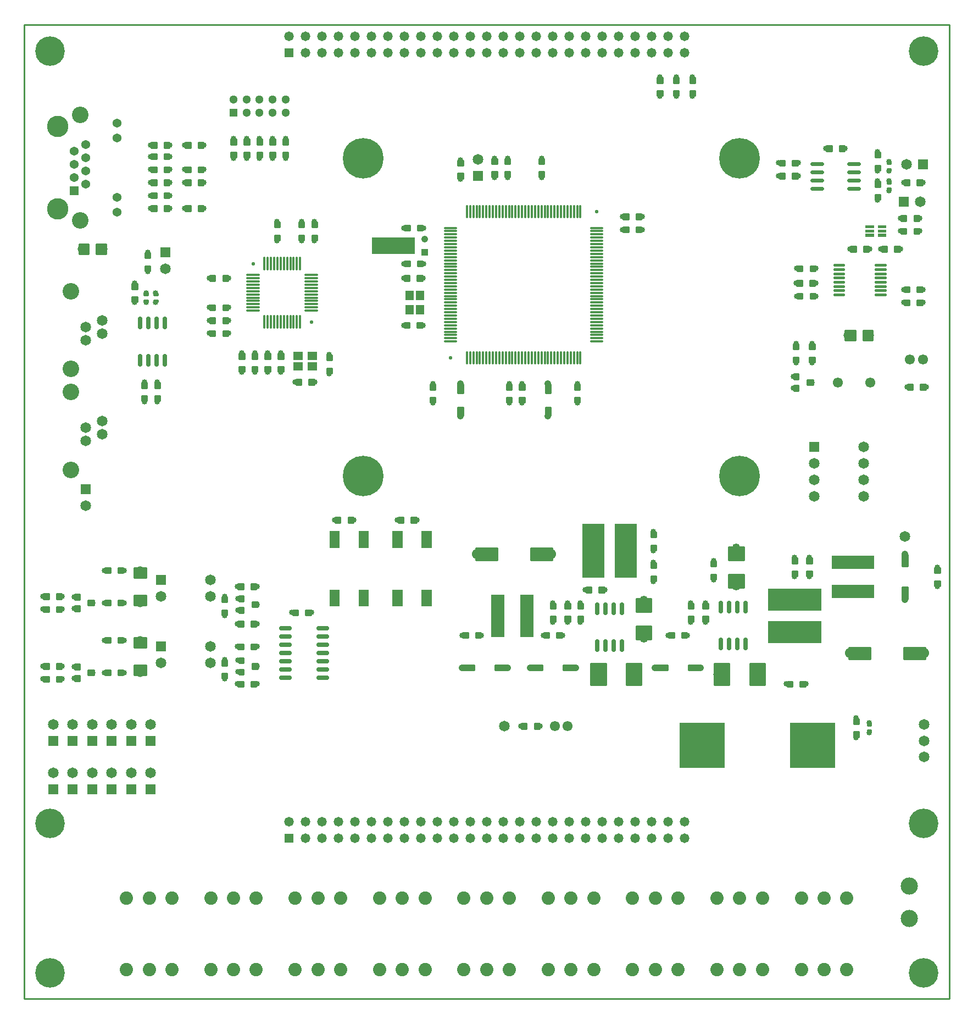
<source format=gbr>
*
*
G04 PADS Layout (Build Number 2005.266.2) generated Gerber (RS-274-X) file*
G04 PC Version=2.1*
*
%IN "cflora_base_1125.pcb"*%
*
%MOMM*%
*
%FSLAX35Y35*%
*
*
*
*
G04 PC Standard Apertures*
*
*
G04 Thermal Relief Aperture macro.*
%AMTER*
1,1,$1,0,0*
1,0,$1-$2,0,0*
21,0,$3,$4,0,0,45*
21,0,$3,$4,0,0,135*
%
*
*
G04 Annular Aperture macro.*
%AMANN*
1,1,$1,0,0*
1,0,$2,0,0*
%
*
*
G04 Odd Aperture macro.*
%AMODD*
1,1,$1,0,0*
1,0,$1-0.005,0,0*
%
*
*
G04 PC Custom Aperture Macros*
*
*
*
*
*
*
G04 PC Aperture Table*
*
%ADD058C,0.254*%
%ADD060C,1.3*%
%ADD079R,1.65X1.65*%
%ADD080R,1.066X1.066*%
%ADD083C,1.55*%
%ADD084R,1.4724X1.4724*%
%ADD085C,1.4724*%
%ADD086C,2.05*%
%ADD087C,2.55*%
%ADD088R,2.59X2.59*%
%ADD089C,1.65*%
%ADD090C,0.558*%
%ADD095C,1.066*%
%ADD096R,1.55X1.55*%
%ADD102R,2.05X2.05*%
%ADD105R,1.25X1.25*%
%ADD106C,1.25*%
%ADD128C,0.85*%
%ADD129C,1.05*%
%ADD130R,7.05X7.05*%
%ADD131R,1.3X1.3*%
%ADD132C,2.65*%
%ADD133R,3.35X3.35*%
%ADD134C,0.6596*%
%ADD135C,0.3548*%
%ADD136C,0.304*%
%ADD137R,1.3708X1.3708*%
%ADD138C,1.3708*%
%ADD139C,3.3012*%
%ADD140C,0.431*%
%ADD141R,0.4564X0.4564*%
%ADD142C,6.25*%
%ADD143C,4.55*%
*
*
*
*
G04 PC Custom Flashes*
G04 Layer Name cflora_base_1125.pcb - flashes*
%LPD*%
*
*
G04 PC Circuitry*
G04 Layer Name cflora_base_1125.pcb - circuitry*
%LPD*%
*
G54D58*
G01X27294800Y19889800D02*
Y19810200D01*
X27215200*
Y19889800*
X27294800*
X27215200Y19810200D02*
X27294800D01*
X27215200Y19835600D02*
X27294800D01*
X27215200Y19861000D02*
X27294800D01*
X27215200Y19886400D02*
X27294800D01*
X27228800Y19810200D02*
Y19889800D01*
X27254200Y19810200D02*
Y19889800D01*
X27279600Y19810200D02*
Y19889800D01*
X27294800Y19610200D02*
Y19689800D01*
X27215200*
Y19610200*
X27294800*
X27215200D02*
X27294800D01*
X27215200Y19635600D02*
X27294800D01*
X27215200Y19661000D02*
X27294800D01*
X27215200Y19686400D02*
X27294800D01*
X27228800Y19610200D02*
Y19689800D01*
X27254200Y19610200D02*
Y19689800D01*
X27279600Y19610200D02*
Y19689800D01*
X28164800Y23214800D02*
X28085200D01*
Y23135200*
X28164800*
Y23214800*
X28085200Y23135200D02*
X28164800D01*
X28085200Y23160600D02*
X28164800D01*
X28085200Y23186000D02*
X28164800D01*
X28085200Y23211400D02*
X28164800D01*
X28092400Y23135200D02*
Y23214800D01*
X28117800Y23135200D02*
Y23214800D01*
X28143200Y23135200D02*
Y23214800D01*
X27885200D02*
X27964800D01*
Y23135200*
X27885200*
Y23214800*
Y23135200D02*
X27964800D01*
X27885200Y23160600D02*
X27964800D01*
X27885200Y23186000D02*
X27964800D01*
X27885200Y23211400D02*
X27964800D01*
X27889200Y23135200D02*
Y23214800D01*
X27914600Y23135200D02*
Y23214800D01*
X27940000Y23135200D02*
Y23214800D01*
X28164800Y23589800D02*
X28085200D01*
Y23510200*
X28164800*
Y23589800*
X28085200Y23510200D02*
X28164800D01*
X28085200Y23535600D02*
X28164800D01*
X28085200Y23561000D02*
X28164800D01*
X28085200Y23586400D02*
X28164800D01*
X28092400Y23510200D02*
Y23589800D01*
X28117800Y23510200D02*
Y23589800D01*
X28143200Y23510200D02*
Y23589800D01*
X27885200D02*
X27964800D01*
Y23510200*
X27885200*
Y23589800*
Y23510200D02*
X27964800D01*
X27885200Y23535600D02*
X27964800D01*
X27885200Y23561000D02*
X27964800D01*
X27885200Y23586400D02*
X27964800D01*
X27889200Y23510200D02*
Y23589800D01*
X27914600Y23510200D02*
Y23589800D01*
X27940000Y23510200D02*
Y23589800D01*
X29869800Y19939800D02*
X29790200D01*
Y19860200*
X29869800*
Y19939800*
X29790200Y19860200D02*
X29869800D01*
X29790200Y19885600D02*
X29869800D01*
X29790200Y19911000D02*
X29869800D01*
X29790200Y19936400D02*
X29869800D01*
X29794200Y19860200D02*
Y19939800D01*
X29819600Y19860200D02*
Y19939800D01*
X29845000Y19860200D02*
Y19939800D01*
X29590200D02*
X29669800D01*
Y19860200*
X29590200*
Y19939800*
Y19860200D02*
X29669800D01*
X29590200Y19885600D02*
X29669800D01*
X29590200Y19911000D02*
X29669800D01*
X29590200Y19936400D02*
X29669800D01*
X29591000Y19860200D02*
Y19939800D01*
X29616400Y19860200D02*
Y19939800D01*
X29641800Y19860200D02*
Y19939800D01*
X29667200Y19860200D02*
Y19939800D01*
X27639800Y22814800D02*
X27560200D01*
Y22735200*
X27639800*
Y22814800*
X27560200Y22735200D02*
X27639800D01*
X27560200Y22760600D02*
X27639800D01*
X27560200Y22786000D02*
X27639800D01*
X27560200Y22811400D02*
X27639800D01*
X27584400Y22735200D02*
Y22814800D01*
X27609800Y22735200D02*
Y22814800D01*
X27635200Y22735200D02*
Y22814800D01*
X27360200D02*
X27439800D01*
Y22735200*
X27360200*
Y22814800*
Y22735200D02*
X27439800D01*
X27360200Y22760600D02*
X27439800D01*
X27360200Y22786000D02*
X27439800D01*
X27360200Y22811400D02*
X27439800D01*
X27381200Y22735200D02*
Y22814800D01*
X27406600Y22735200D02*
Y22814800D01*
X27432000Y22735200D02*
Y22814800D01*
X27639800Y23414800D02*
X27560200D01*
Y23335200*
X27639800*
Y23414800*
X27560200Y23335200D02*
X27639800D01*
X27560200Y23360600D02*
X27639800D01*
X27560200Y23386000D02*
X27639800D01*
X27560200Y23411400D02*
X27639800D01*
X27584400Y23335200D02*
Y23414800D01*
X27609800Y23335200D02*
Y23414800D01*
X27635200Y23335200D02*
Y23414800D01*
X27360200D02*
X27439800D01*
Y23335200*
X27360200*
Y23414800*
Y23335200D02*
X27439800D01*
X27360200Y23360600D02*
X27439800D01*
X27360200Y23386000D02*
X27439800D01*
X27360200Y23411400D02*
X27439800D01*
X27381200Y23335200D02*
Y23414800D01*
X27406600Y23335200D02*
Y23414800D01*
X27432000Y23335200D02*
Y23414800D01*
X30144800Y20314800D02*
Y20235200D01*
X30065200*
Y20314800*
X30144800*
X30065200Y20235200D02*
X30144800D01*
X30065200Y20260600D02*
X30144800D01*
X30065200Y20286000D02*
X30144800D01*
X30065200Y20311400D02*
X30144800D01*
X30073600Y20235200D02*
Y20314800D01*
X30099000Y20235200D02*
Y20314800D01*
X30124400Y20235200D02*
Y20314800D01*
X30144800Y20035200D02*
Y20114800D01*
X30065200*
Y20035200*
X30144800*
X30065200D02*
X30144800D01*
X30065200Y20060600D02*
X30144800D01*
X30065200Y20086000D02*
X30144800D01*
X30065200Y20111400D02*
X30144800D01*
X30073600Y20035200D02*
Y20114800D01*
X30099000Y20035200D02*
Y20114800D01*
X30124400Y20035200D02*
Y20114800D01*
X26247700Y22027300D02*
X26389800D01*
Y21872700*
X26247700*
Y22027300*
Y21872700D02*
X26389800D01*
X26247700Y21898100D02*
X26389800D01*
X26247700Y21923500D02*
X26389800D01*
X26247700Y21948900D02*
X26389800D01*
X26247700Y21974300D02*
X26389800D01*
X26247700Y21999700D02*
X26389800D01*
X26247700Y22025100D02*
X26389800D01*
X26263600Y21872700D02*
Y22027300D01*
X26289000Y21872700D02*
Y22027300D01*
X26314400Y21872700D02*
Y22027300D01*
X26339800Y21872700D02*
Y22027300D01*
X26365200Y21872700D02*
Y22027300D01*
X26510200D02*
X26664800D01*
Y21872700*
X26510200*
Y22027300*
Y21872700D02*
X26664800D01*
X26510200Y21898100D02*
X26664800D01*
X26510200Y21923500D02*
X26664800D01*
X26510200Y21948900D02*
X26664800D01*
X26510200Y21974300D02*
X26664800D01*
X26510200Y21999700D02*
X26664800D01*
X26510200Y22025100D02*
X26664800D01*
X26517600Y21872700D02*
Y22027300D01*
X26543000Y21872700D02*
Y22027300D01*
X26568400Y21872700D02*
Y22027300D01*
X26593800Y21872700D02*
Y22027300D01*
X26619200Y21872700D02*
Y22027300D01*
X26644600Y21872700D02*
Y22027300D01*
X37235200Y17189800D02*
Y17110200D01*
X37314800*
Y17189800*
X37235200*
Y17110200D02*
X37314800D01*
X37235200Y17135600D02*
X37314800D01*
X37235200Y17161000D02*
X37314800D01*
X37235200Y17186400D02*
X37314800D01*
X37236400Y17110200D02*
Y17189800D01*
X37261800Y17110200D02*
Y17189800D01*
X37287200Y17110200D02*
Y17189800D01*
X37312600Y17110200D02*
Y17189800D01*
X37235200Y16910200D02*
Y16989800D01*
X37314800*
Y16910200*
X37235200*
X37314800*
X37235200Y16935600D02*
X37314800D01*
X37235200Y16961000D02*
X37314800D01*
X37235200Y16986400D02*
X37314800D01*
X37236400Y16910200D02*
Y16989800D01*
X37261800Y16910200D02*
Y16989800D01*
X37287200Y16910200D02*
Y16989800D01*
X37312600Y16910200D02*
Y16989800D01*
X35060200Y17114800D02*
Y17035200D01*
X35139800*
Y17114800*
X35060200*
Y17035200D02*
X35139800D01*
X35060200Y17060600D02*
X35139800D01*
X35060200Y17086000D02*
X35139800D01*
X35060200Y17111400D02*
X35139800D01*
X35077400Y17035200D02*
Y17114800D01*
X35102800Y17035200D02*
Y17114800D01*
X35128200Y17035200D02*
Y17114800D01*
X35060200Y16835200D02*
Y16914800D01*
X35139800*
Y16835200*
X35060200*
X35139800*
X35060200Y16860600D02*
X35139800D01*
X35060200Y16886000D02*
X35139800D01*
X35060200Y16911400D02*
X35139800D01*
X35077400Y16835200D02*
Y16914800D01*
X35102800Y16835200D02*
Y16914800D01*
X35128200Y16835200D02*
Y16914800D01*
X37160200Y15210200D02*
X37239800D01*
Y15289800*
X37160200*
Y15210200*
X37239800*
X37160200Y15235600D02*
X37239800D01*
X37160200Y15261000D02*
X37239800D01*
X37160200Y15286400D02*
X37239800D01*
X37160200Y15210200D02*
Y15289800D01*
X37185600Y15210200D02*
Y15289800D01*
X37211000Y15210200D02*
Y15289800D01*
X37236400Y15210200D02*
Y15289800D01*
X37439800Y15210200D02*
X37360200D01*
Y15289800*
X37439800*
Y15210200*
X37360200D02*
X37439800D01*
X37360200Y15235600D02*
X37439800D01*
X37360200Y15261000D02*
X37439800D01*
X37360200Y15286400D02*
X37439800D01*
X37363400Y15210200D02*
Y15289800D01*
X37388800Y15210200D02*
Y15289800D01*
X37414200Y15210200D02*
Y15289800D01*
X37439600Y15210200D02*
Y15289800D01*
X27494800Y19889800D02*
Y19810200D01*
X27415200*
Y19889800*
X27494800*
X27415200Y19810200D02*
X27494800D01*
X27415200Y19835600D02*
X27494800D01*
X27415200Y19861000D02*
X27494800D01*
X27415200Y19886400D02*
X27494800D01*
X27432000Y19810200D02*
Y19889800D01*
X27457400Y19810200D02*
Y19889800D01*
X27482800Y19810200D02*
Y19889800D01*
X27494800Y19610200D02*
Y19689800D01*
X27415200*
Y19610200*
X27494800*
X27415200D02*
X27494800D01*
X27415200Y19635600D02*
X27494800D01*
X27415200Y19661000D02*
X27494800D01*
X27415200Y19686400D02*
X27494800D01*
X27432000Y19610200D02*
Y19689800D01*
X27457400Y19610200D02*
Y19689800D01*
X27482800Y19610200D02*
Y19689800D01*
X39514800Y17039800D02*
Y16960200D01*
X39435200*
Y17039800*
X39514800*
X39435200Y16960200D02*
X39514800D01*
X39435200Y16985600D02*
X39514800D01*
X39435200Y17011000D02*
X39514800D01*
X39435200Y17036400D02*
X39514800D01*
X39446200Y16960200D02*
Y17039800D01*
X39471600Y16960200D02*
Y17039800D01*
X39497000Y16960200D02*
Y17039800D01*
X39514800Y16760200D02*
Y16839800D01*
X39435200*
Y16760200*
X39514800*
X39435200D02*
X39514800D01*
X39435200Y16785600D02*
X39514800D01*
X39435200Y16811000D02*
X39514800D01*
X39435200Y16836400D02*
X39514800D01*
X39446200Y16760200D02*
Y16839800D01*
X39471600Y16760200D02*
Y16839800D01*
X39497000Y16760200D02*
Y16839800D01*
X33589800Y16489800D02*
Y16410200D01*
X33510200*
Y16489800*
X33589800*
X33510200Y16410200D02*
X33589800D01*
X33510200Y16435600D02*
X33589800D01*
X33510200Y16461000D02*
X33589800D01*
X33510200Y16486400D02*
X33589800D01*
X33528000Y16410200D02*
Y16489800D01*
X33553400Y16410200D02*
Y16489800D01*
X33578800Y16410200D02*
Y16489800D01*
X33589800Y16210200D02*
Y16289800D01*
X33510200*
Y16210200*
X33589800*
X33510200D02*
X33589800D01*
X33510200Y16235600D02*
X33589800D01*
X33510200Y16261000D02*
X33589800D01*
X33510200Y16286400D02*
X33589800D01*
X33528000Y16210200D02*
Y16289800D01*
X33553400Y16210200D02*
Y16289800D01*
X33578800Y16210200D02*
Y16289800D01*
X32160200Y15960200D02*
X32239800D01*
Y16039800*
X32160200*
Y15960200*
X32239800*
X32160200Y15985600D02*
X32239800D01*
X32160200Y16011000D02*
X32239800D01*
X32160200Y16036400D02*
X32239800D01*
X32181800Y15960200D02*
Y16039800D01*
X32207200Y15960200D02*
Y16039800D01*
X32232600Y15960200D02*
Y16039800D01*
X32439800Y15960200D02*
X32360200D01*
Y16039800*
X32439800*
Y15960200*
X32360200D02*
X32439800D01*
X32360200Y15985600D02*
X32439800D01*
X32360200Y16011000D02*
X32439800D01*
X32360200Y16036400D02*
X32439800D01*
X32385000Y15960200D02*
Y16039800D01*
X32410400Y15960200D02*
Y16039800D01*
X32435800Y15960200D02*
Y16039800D01*
X38185200Y14714800D02*
Y14635200D01*
X38264800*
Y14714800*
X38185200*
Y14635200D02*
X38264800D01*
X38185200Y14660600D02*
X38264800D01*
X38185200Y14686000D02*
X38264800D01*
X38185200Y14711400D02*
X38264800D01*
X38201600Y14635200D02*
Y14714800D01*
X38227000Y14635200D02*
Y14714800D01*
X38252400Y14635200D02*
Y14714800D01*
X38185200Y14435200D02*
Y14514800D01*
X38264800*
Y14435200*
X38185200*
X38264800*
X38185200Y14460600D02*
X38264800D01*
X38185200Y14486000D02*
X38264800D01*
X38185200Y14511400D02*
X38264800D01*
X38201600Y14435200D02*
Y14514800D01*
X38227000Y14435200D02*
Y14514800D01*
X38252400Y14435200D02*
Y14514800D01*
X35335200Y15960200D02*
X35414800D01*
Y16039800*
X35335200*
Y15960200*
X35414800*
X35335200Y15985600D02*
X35414800D01*
X35335200Y16011000D02*
X35414800D01*
X35335200Y16036400D02*
X35414800D01*
X35356800Y15960200D02*
Y16039800D01*
X35382200Y15960200D02*
Y16039800D01*
X35407600Y15960200D02*
Y16039800D01*
X35614800Y15960200D02*
X35535200D01*
Y16039800*
X35614800*
Y15960200*
X35535200D02*
X35614800D01*
X35535200Y15985600D02*
X35614800D01*
X35535200Y16011000D02*
X35614800D01*
X35535200Y16036400D02*
X35614800D01*
X35560000Y15960200D02*
Y16039800D01*
X35585400Y15960200D02*
Y16039800D01*
X35610800Y15960200D02*
Y16039800D01*
X33410200Y15960200D02*
X33489800D01*
Y16039800*
X33410200*
Y15960200*
X33489800*
X33410200Y15985600D02*
X33489800D01*
X33410200Y16011000D02*
X33489800D01*
X33410200Y16036400D02*
X33489800D01*
X33426400Y15960200D02*
Y16039800D01*
X33451800Y15960200D02*
Y16039800D01*
X33477200Y15960200D02*
Y16039800D01*
X33689800Y15960200D02*
X33610200D01*
Y16039800*
X33689800*
Y15960200*
X33610200D02*
X33689800D01*
X33610200Y15985600D02*
X33689800D01*
X33610200Y16011000D02*
X33689800D01*
X33610200Y16036400D02*
X33689800D01*
X33629600Y15960200D02*
Y16039800D01*
X33655000Y15960200D02*
Y16039800D01*
X33680400Y15960200D02*
Y16039800D01*
X34060200Y16660200D02*
X34139800D01*
Y16739800*
X34060200*
Y16660200*
X34139800*
X34060200Y16685600D02*
X34139800D01*
X34060200Y16711000D02*
X34139800D01*
X34060200Y16736400D02*
X34139800D01*
X34061400Y16660200D02*
Y16739800D01*
X34086800Y16660200D02*
Y16739800D01*
X34112200Y16660200D02*
Y16739800D01*
X34137600Y16660200D02*
Y16739800D01*
X34339800Y16660200D02*
X34260200D01*
Y16739800*
X34339800*
Y16660200*
X34260200D02*
X34339800D01*
X34260200Y16685600D02*
X34339800D01*
X34260200Y16711000D02*
X34339800D01*
X34260200Y16736400D02*
X34339800D01*
X34264600Y16660200D02*
Y16739800D01*
X34290000Y16660200D02*
Y16739800D01*
X34315400Y16660200D02*
Y16739800D01*
X35985200Y17139800D02*
Y17060200D01*
X36064800*
Y17139800*
X35985200*
Y17060200D02*
X36064800D01*
X35985200Y17085600D02*
X36064800D01*
X35985200Y17111000D02*
X36064800D01*
X35985200Y17136400D02*
X36064800D01*
X35991800Y17060200D02*
Y17139800D01*
X36017200Y17060200D02*
Y17139800D01*
X36042600Y17060200D02*
Y17139800D01*
X35985200Y16860200D02*
Y16939800D01*
X36064800*
Y16860200*
X35985200*
X36064800*
X35985200Y16885600D02*
X36064800D01*
X35985200Y16911000D02*
X36064800D01*
X35985200Y16936400D02*
X36064800D01*
X35991800Y16860200D02*
Y16939800D01*
X36017200Y16860200D02*
Y16939800D01*
X36042600Y16860200D02*
Y16939800D01*
X29540200Y16310200D02*
X29619800D01*
Y16389800*
X29540200*
Y16310200*
X29619800*
X29540200Y16335600D02*
X29619800D01*
X29540200Y16361000D02*
X29619800D01*
X29540200Y16386400D02*
X29619800D01*
X29540200Y16310200D02*
Y16389800D01*
X29565600Y16310200D02*
Y16389800D01*
X29591000Y16310200D02*
Y16389800D01*
X29616400Y16310200D02*
Y16389800D01*
X29819800Y16310200D02*
X29740200D01*
Y16389800*
X29819800*
Y16310200*
X29740200D02*
X29819800D01*
X29740200Y16335600D02*
X29819800D01*
X29740200Y16361000D02*
X29819800D01*
X29740200Y16386400D02*
X29819800D01*
X29743400Y16310200D02*
Y16389800D01*
X29768800Y16310200D02*
Y16389800D01*
X29794200Y16310200D02*
Y16389800D01*
X29819600Y16310200D02*
Y16389800D01*
X39194800Y22264800D02*
X39115200D01*
Y22185200*
X39194800*
Y22264800*
X39115200Y22185200D02*
X39194800D01*
X39115200Y22210600D02*
X39194800D01*
X39115200Y22236000D02*
X39194800D01*
X39115200Y22261400D02*
X39194800D01*
X39116000Y22185200D02*
Y22264800D01*
X39141400Y22185200D02*
Y22264800D01*
X39166800Y22185200D02*
Y22264800D01*
X39192200Y22185200D02*
Y22264800D01*
X38915200D02*
X38994800D01*
Y22185200*
X38915200*
Y22264800*
Y22185200D02*
X38994800D01*
X38915200Y22210600D02*
X38994800D01*
X38915200Y22236000D02*
X38994800D01*
X38915200Y22261400D02*
X38994800D01*
X38938200Y22185200D02*
Y22264800D01*
X38963600Y22185200D02*
Y22264800D01*
X38989000Y22185200D02*
Y22264800D01*
X29394800Y20339800D02*
Y20260200D01*
X29315200*
Y20339800*
X29394800*
X29315200Y20260200D02*
X29394800D01*
X29315200Y20285600D02*
X29394800D01*
X29315200Y20311000D02*
X29394800D01*
X29315200Y20336400D02*
X29394800D01*
X29337000Y20260200D02*
Y20339800D01*
X29362400Y20260200D02*
Y20339800D01*
X29387800Y20260200D02*
Y20339800D01*
X29394800Y20060200D02*
Y20139800D01*
X29315200*
Y20060200*
X29394800*
X29315200D02*
X29394800D01*
X29315200Y20085600D02*
X29394800D01*
X29315200Y20111000D02*
X29394800D01*
X29315200Y20136400D02*
X29394800D01*
X29337000Y20060200D02*
Y20139800D01*
X29362400Y20060200D02*
Y20139800D01*
X29387800Y20060200D02*
Y20139800D01*
X38419800Y21989800D02*
X38340200D01*
Y21910200*
X38419800*
Y21989800*
X38340200Y21910200D02*
X38419800D01*
X38340200Y21935600D02*
X38419800D01*
X38340200Y21961000D02*
X38419800D01*
X38340200Y21986400D02*
X38419800D01*
X38354000Y21910200D02*
Y21989800D01*
X38379400Y21910200D02*
Y21989800D01*
X38404800Y21910200D02*
Y21989800D01*
X38140200D02*
X38219800D01*
Y21910200*
X38140200*
Y21989800*
Y21910200D02*
X38219800D01*
X38140200Y21935600D02*
X38219800D01*
X38140200Y21961000D02*
X38219800D01*
X38140200Y21986400D02*
X38219800D01*
X38150800Y21910200D02*
Y21989800D01*
X38176200Y21910200D02*
Y21989800D01*
X38201600Y21910200D02*
Y21989800D01*
X38615200Y21910200D02*
X38694800D01*
Y21989800*
X38615200*
Y21910200*
X38694800*
X38615200Y21935600D02*
X38694800D01*
X38615200Y21961000D02*
X38694800D01*
X38615200Y21986400D02*
X38694800D01*
X38633400Y21910200D02*
Y21989800D01*
X38658800Y21910200D02*
Y21989800D01*
X38684200Y21910200D02*
Y21989800D01*
X38894800Y21910200D02*
X38815200D01*
Y21989800*
X38894800*
Y21910200*
X38815200D02*
X38894800D01*
X38815200Y21935600D02*
X38894800D01*
X38815200Y21961000D02*
X38894800D01*
X38815200Y21986400D02*
X38894800D01*
X38836600Y21910200D02*
Y21989800D01*
X38862000Y21910200D02*
Y21989800D01*
X38887400Y21910200D02*
Y21989800D01*
X37594800Y21689800D02*
X37515200D01*
Y21610200*
X37594800*
Y21689800*
X37515200Y21610200D02*
X37594800D01*
X37515200Y21635600D02*
X37594800D01*
X37515200Y21661000D02*
X37594800D01*
X37515200Y21686400D02*
X37594800D01*
X37515800Y21610200D02*
Y21689800D01*
X37541200Y21610200D02*
Y21689800D01*
X37566600Y21610200D02*
Y21689800D01*
X37592000Y21610200D02*
Y21689800D01*
X37315200D02*
X37394800D01*
Y21610200*
X37315200*
Y21689800*
Y21610200D02*
X37394800D01*
X37315200Y21635600D02*
X37394800D01*
X37315200Y21661000D02*
X37394800D01*
X37315200Y21686400D02*
X37394800D01*
X37338000Y21610200D02*
Y21689800D01*
X37363400Y21610200D02*
Y21689800D01*
X37388800Y21610200D02*
Y21689800D01*
X37589800Y21464800D02*
X37510200D01*
Y21385200*
X37589800*
Y21464800*
X37510200Y21385200D02*
X37589800D01*
X37510200Y21410600D02*
X37589800D01*
X37510200Y21436000D02*
X37589800D01*
X37510200Y21461400D02*
X37589800D01*
X37515800Y21385200D02*
Y21464800D01*
X37541200Y21385200D02*
Y21464800D01*
X37566600Y21385200D02*
Y21464800D01*
X37310200D02*
X37389800D01*
Y21385200*
X37310200*
Y21464800*
Y21385200D02*
X37389800D01*
X37310200Y21410600D02*
X37389800D01*
X37310200Y21436000D02*
X37389800D01*
X37310200Y21461400D02*
X37389800D01*
X37312600Y21385200D02*
Y21464800D01*
X37338000Y21385200D02*
Y21464800D01*
X37363400Y21385200D02*
Y21464800D01*
X37388800Y21385200D02*
Y21464800D01*
X37594800Y21264800D02*
X37515200D01*
Y21185200*
X37594800*
Y21264800*
X37515200Y21185200D02*
X37594800D01*
X37515200Y21210600D02*
X37594800D01*
X37515200Y21236000D02*
X37594800D01*
X37515200Y21261400D02*
X37594800D01*
X37515800Y21185200D02*
Y21264800D01*
X37541200Y21185200D02*
Y21264800D01*
X37566600Y21185200D02*
Y21264800D01*
X37592000Y21185200D02*
Y21264800D01*
X37315200D02*
X37394800D01*
Y21185200*
X37315200*
Y21264800*
Y21185200D02*
X37394800D01*
X37315200Y21210600D02*
X37394800D01*
X37315200Y21236000D02*
X37394800D01*
X37315200Y21261400D02*
X37394800D01*
X37338000Y21185200D02*
Y21264800D01*
X37363400Y21185200D02*
Y21264800D01*
X37388800Y21185200D02*
Y21264800D01*
X37765200Y23460200D02*
X37844800D01*
Y23539800*
X37765200*
Y23460200*
X37844800*
X37765200Y23485600D02*
X37844800D01*
X37765200Y23511000D02*
X37844800D01*
X37765200Y23536400D02*
X37844800D01*
X37769800Y23460200D02*
Y23539800D01*
X37795200Y23460200D02*
Y23539800D01*
X37820600Y23460200D02*
Y23539800D01*
X38044800Y23460200D02*
X37965200D01*
Y23539800*
X38044800*
Y23460200*
X37965200D02*
X38044800D01*
X37965200Y23485600D02*
X38044800D01*
X37965200Y23511000D02*
X38044800D01*
X37965200Y23536400D02*
X38044800D01*
X37973000Y23460200D02*
Y23539800D01*
X37998400Y23460200D02*
Y23539800D01*
X38023800Y23460200D02*
Y23539800D01*
X31260200Y20735200D02*
X31339800D01*
Y20814800*
X31260200*
Y20735200*
X31339800*
X31260200Y20760600D02*
X31339800D01*
X31260200Y20786000D02*
X31339800D01*
X31260200Y20811400D02*
X31339800D01*
X31267400Y20735200D02*
Y20814800D01*
X31292800Y20735200D02*
Y20814800D01*
X31318200Y20735200D02*
Y20814800D01*
X31539800Y20735200D02*
X31460200D01*
Y20814800*
X31539800*
Y20735200*
X31460200D02*
X31539800D01*
X31460200Y20760600D02*
X31539800D01*
X31460200Y20786000D02*
X31539800D01*
X31460200Y20811400D02*
X31539800D01*
X31470600Y20735200D02*
Y20814800D01*
X31496000Y20735200D02*
Y20814800D01*
X31521400Y20735200D02*
Y20814800D01*
X31539800Y21539800D02*
X31460200D01*
Y21460200*
X31539800*
Y21539800*
X31460200Y21460200D02*
X31539800D01*
X31460200Y21485600D02*
X31539800D01*
X31460200Y21511000D02*
X31539800D01*
X31460200Y21536400D02*
X31539800D01*
X31470600Y21460200D02*
Y21539800D01*
X31496000Y21460200D02*
Y21539800D01*
X31521400Y21460200D02*
Y21539800D01*
X31260200D02*
X31339800D01*
Y21460200*
X31260200*
Y21539800*
Y21460200D02*
X31339800D01*
X31260200Y21485600D02*
X31339800D01*
X31260200Y21511000D02*
X31339800D01*
X31260200Y21536400D02*
X31339800D01*
X31267400Y21460200D02*
Y21539800D01*
X31292800Y21460200D02*
Y21539800D01*
X31318200Y21460200D02*
Y21539800D01*
X31444800Y17814800D02*
X31365200D01*
Y17735200*
X31444800*
Y17814800*
X31365200Y17735200D02*
X31444800D01*
X31365200Y17760600D02*
X31444800D01*
X31365200Y17786000D02*
X31444800D01*
X31365200Y17811400D02*
X31444800D01*
X31369000Y17735200D02*
Y17814800D01*
X31394400Y17735200D02*
Y17814800D01*
X31419800Y17735200D02*
Y17814800D01*
X31165200D02*
X31244800D01*
Y17735200*
X31165200*
Y17814800*
Y17735200D02*
X31244800D01*
X31165200Y17760600D02*
X31244800D01*
X31165200Y17786000D02*
X31244800D01*
X31165200Y17811400D02*
X31244800D01*
X31165800Y17735200D02*
Y17814800D01*
X31191200Y17735200D02*
Y17814800D01*
X31216600Y17735200D02*
Y17814800D01*
X31242000Y17735200D02*
Y17814800D01*
X30474800D02*
X30395200D01*
Y17735200*
X30474800*
Y17814800*
X30395200Y17735200D02*
X30474800D01*
X30395200Y17760600D02*
X30474800D01*
X30395200Y17786000D02*
X30474800D01*
X30395200Y17811400D02*
X30474800D01*
X30403800Y17735200D02*
Y17814800D01*
X30429200Y17735200D02*
Y17814800D01*
X30454600Y17735200D02*
Y17814800D01*
X30195200D02*
X30274800D01*
Y17735200*
X30195200*
Y17814800*
Y17735200D02*
X30274800D01*
X30195200Y17760600D02*
X30274800D01*
X30195200Y17786000D02*
X30274800D01*
X30195200Y17811400D02*
X30274800D01*
X30200600Y17735200D02*
Y17814800D01*
X30226000Y17735200D02*
Y17814800D01*
X30251400Y17735200D02*
Y17814800D01*
X29260200Y22364800D02*
Y22285200D01*
X29339800*
Y22364800*
X29260200*
Y22285200D02*
X29339800D01*
X29260200Y22310600D02*
X29339800D01*
X29260200Y22336000D02*
X29339800D01*
X29260200Y22361400D02*
X29339800D01*
X29260800Y22285200D02*
Y22364800D01*
X29286200Y22285200D02*
Y22364800D01*
X29311600Y22285200D02*
Y22364800D01*
X29337000Y22285200D02*
Y22364800D01*
X29260200Y22085200D02*
Y22164800D01*
X29339800*
Y22085200*
X29260200*
X29339800*
X29260200Y22110600D02*
X29339800D01*
X29260200Y22136000D02*
X29339800D01*
X29260200Y22161400D02*
X29339800D01*
X29260800Y22085200D02*
Y22164800D01*
X29286200Y22085200D02*
Y22164800D01*
X29311600Y22085200D02*
Y22164800D01*
X29337000Y22085200D02*
Y22164800D01*
X31265200Y22235200D02*
X31344800D01*
Y22314800*
X31265200*
Y22235200*
X31344800*
X31265200Y22260600D02*
X31344800D01*
X31265200Y22286000D02*
X31344800D01*
X31265200Y22311400D02*
X31344800D01*
X31267400Y22235200D02*
Y22314800D01*
X31292800Y22235200D02*
Y22314800D01*
X31318200Y22235200D02*
Y22314800D01*
X31343600Y22235200D02*
Y22314800D01*
X31544800Y22235200D02*
X31465200D01*
Y22314800*
X31544800*
Y22235200*
X31465200D02*
X31544800D01*
X31465200Y22260600D02*
X31544800D01*
X31465200Y22286000D02*
X31544800D01*
X31465200Y22311400D02*
X31544800D01*
X31470600Y22235200D02*
Y22314800D01*
X31496000Y22235200D02*
Y22314800D01*
X31521400Y22235200D02*
Y22314800D01*
X31265200Y21685200D02*
X31344800D01*
Y21764800*
X31265200*
Y21685200*
X31344800*
X31265200Y21710600D02*
X31344800D01*
X31265200Y21736000D02*
X31344800D01*
X31265200Y21761400D02*
X31344800D01*
X31267400Y21685200D02*
Y21764800D01*
X31292800Y21685200D02*
Y21764800D01*
X31318200Y21685200D02*
Y21764800D01*
X31343600Y21685200D02*
Y21764800D01*
X31544800Y21685200D02*
X31465200D01*
Y21764800*
X31544800*
Y21685200*
X31465200D02*
X31544800D01*
X31465200Y21710600D02*
X31544800D01*
X31465200Y21736000D02*
X31544800D01*
X31465200Y21761400D02*
X31544800D01*
X31470600Y21685200D02*
Y21764800D01*
X31496000Y21685200D02*
Y21764800D01*
X31521400Y21685200D02*
Y21764800D01*
X34914800Y22489800D02*
X34835200D01*
Y22410200*
X34914800*
Y22489800*
X34835200Y22410200D02*
X34914800D01*
X34835200Y22435600D02*
X34914800D01*
X34835200Y22461000D02*
X34914800D01*
X34835200Y22486400D02*
X34914800D01*
X34848800Y22410200D02*
Y22489800D01*
X34874200Y22410200D02*
Y22489800D01*
X34899600Y22410200D02*
Y22489800D01*
X34635200D02*
X34714800D01*
Y22410200*
X34635200*
Y22489800*
Y22410200D02*
X34714800D01*
X34635200Y22435600D02*
X34714800D01*
X34635200Y22461000D02*
X34714800D01*
X34635200Y22486400D02*
X34714800D01*
X34645600Y22410200D02*
Y22489800D01*
X34671000Y22410200D02*
Y22489800D01*
X34696400Y22410200D02*
Y22489800D01*
X33335200Y23339800D02*
Y23260200D01*
X33414800*
Y23339800*
X33335200*
Y23260200D02*
X33414800D01*
X33335200Y23285600D02*
X33414800D01*
X33335200Y23311000D02*
X33414800D01*
X33335200Y23336400D02*
X33414800D01*
X33350200Y23260200D02*
Y23339800D01*
X33375600Y23260200D02*
Y23339800D01*
X33401000Y23260200D02*
Y23339800D01*
X33335200Y23060200D02*
Y23139800D01*
X33414800*
Y23060200*
X33335200*
X33414800*
X33335200Y23085600D02*
X33414800D01*
X33335200Y23111000D02*
X33414800D01*
X33335200Y23136400D02*
X33414800D01*
X33350200Y23060200D02*
Y23139800D01*
X33375600Y23060200D02*
Y23139800D01*
X33401000Y23060200D02*
Y23139800D01*
X31739800Y19864800D02*
Y19785200D01*
X31660200*
Y19864800*
X31739800*
X31660200Y19785200D02*
X31739800D01*
X31660200Y19810600D02*
X31739800D01*
X31660200Y19836000D02*
X31739800D01*
X31660200Y19861400D02*
X31739800D01*
X31673800Y19785200D02*
Y19864800D01*
X31699200Y19785200D02*
Y19864800D01*
X31724600Y19785200D02*
Y19864800D01*
X31739800Y19585200D02*
Y19664800D01*
X31660200*
Y19585200*
X31739800*
X31660200D02*
X31739800D01*
X31660200Y19610600D02*
X31739800D01*
X31660200Y19636000D02*
X31739800D01*
X31660200Y19661400D02*
X31739800D01*
X31673800Y19585200D02*
Y19664800D01*
X31699200Y19585200D02*
Y19664800D01*
X31724600Y19585200D02*
Y19664800D01*
X33114800Y19864800D02*
Y19785200D01*
X33035200*
Y19864800*
X33114800*
X33035200Y19785200D02*
X33114800D01*
X33035200Y19810600D02*
X33114800D01*
X33035200Y19836000D02*
X33114800D01*
X33035200Y19861400D02*
X33114800D01*
X33045400Y19785200D02*
Y19864800D01*
X33070800Y19785200D02*
Y19864800D01*
X33096200Y19785200D02*
Y19864800D01*
X33114800Y19585200D02*
Y19664800D01*
X33035200*
Y19585200*
X33114800*
X33035200D02*
X33114800D01*
X33035200Y19610600D02*
X33114800D01*
X33035200Y19636000D02*
X33114800D01*
X33035200Y19661400D02*
X33114800D01*
X33045400Y19585200D02*
Y19664800D01*
X33070800Y19585200D02*
Y19664800D01*
X33096200Y19585200D02*
Y19664800D01*
X34914800Y22289800D02*
X34835200D01*
Y22210200*
X34914800*
Y22289800*
X34835200Y22210200D02*
X34914800D01*
X34835200Y22235600D02*
X34914800D01*
X34835200Y22261000D02*
X34914800D01*
X34835200Y22286400D02*
X34914800D01*
X34848800Y22210200D02*
Y22289800D01*
X34874200Y22210200D02*
Y22289800D01*
X34899600Y22210200D02*
Y22289800D01*
X34635200D02*
X34714800D01*
Y22210200*
X34635200*
Y22289800*
Y22210200D02*
X34714800D01*
X34635200Y22235600D02*
X34714800D01*
X34635200Y22261000D02*
X34714800D01*
X34635200Y22286400D02*
X34714800D01*
X34645600Y22210200D02*
Y22289800D01*
X34671000Y22210200D02*
Y22289800D01*
X34696400Y22210200D02*
Y22289800D01*
X33964800Y19864800D02*
Y19785200D01*
X33885200*
Y19864800*
X33964800*
X33885200Y19785200D02*
X33964800D01*
X33885200Y19810600D02*
X33964800D01*
X33885200Y19836000D02*
X33964800D01*
X33885200Y19861400D02*
X33964800D01*
X33909000Y19785200D02*
Y19864800D01*
X33934400Y19785200D02*
Y19864800D01*
X33959800Y19785200D02*
Y19864800D01*
X33964800Y19585200D02*
Y19664800D01*
X33885200*
Y19585200*
X33964800*
X33885200D02*
X33964800D01*
X33885200Y19610600D02*
X33964800D01*
X33885200Y19636000D02*
X33964800D01*
X33885200Y19661400D02*
X33964800D01*
X33909000Y19585200D02*
Y19664800D01*
X33934400Y19585200D02*
Y19664800D01*
X33959800Y19585200D02*
Y19664800D01*
X37505200Y20484800D02*
Y20405200D01*
X37584800*
Y20484800*
X37505200*
Y20405200D02*
X37584800D01*
X37505200Y20430600D02*
X37584800D01*
X37505200Y20456000D02*
X37584800D01*
X37505200Y20481400D02*
X37584800D01*
X37515800Y20405200D02*
Y20484800D01*
X37541200Y20405200D02*
Y20484800D01*
X37566600Y20405200D02*
Y20484800D01*
X37505200Y20205200D02*
Y20284800D01*
X37584800*
Y20205200*
X37505200*
X37584800*
X37505200Y20230600D02*
X37584800D01*
X37505200Y20256000D02*
X37584800D01*
X37505200Y20281400D02*
X37584800D01*
X37515800Y20205200D02*
Y20284800D01*
X37541200Y20205200D02*
Y20284800D01*
X37566600Y20205200D02*
Y20284800D01*
X29635200Y22364800D02*
Y22285200D01*
X29714800*
Y22364800*
X29635200*
Y22285200D02*
X29714800D01*
X29635200Y22310600D02*
X29714800D01*
X29635200Y22336000D02*
X29714800D01*
X29635200Y22361400D02*
X29714800D01*
X29641800Y22285200D02*
Y22364800D01*
X29667200Y22285200D02*
Y22364800D01*
X29692600Y22285200D02*
Y22364800D01*
X29635200Y22085200D02*
Y22164800D01*
X29714800*
Y22085200*
X29635200*
X29714800*
X29635200Y22110600D02*
X29714800D01*
X29635200Y22136000D02*
X29714800D01*
X29635200Y22161400D02*
X29714800D01*
X29641800Y22085200D02*
Y22164800D01*
X29667200Y22085200D02*
Y22164800D01*
X29692600Y22085200D02*
Y22164800D01*
X29194800Y20339800D02*
Y20260200D01*
X29115200*
Y20339800*
X29194800*
X29115200Y20260200D02*
X29194800D01*
X29115200Y20285600D02*
X29194800D01*
X29115200Y20311000D02*
X29194800D01*
X29115200Y20336400D02*
X29194800D01*
X29133800Y20260200D02*
Y20339800D01*
X29159200Y20260200D02*
Y20339800D01*
X29184600Y20260200D02*
Y20339800D01*
X29194800Y20060200D02*
Y20139800D01*
X29115200*
Y20060200*
X29194800*
X29115200D02*
X29194800D01*
X29115200Y20085600D02*
X29194800D01*
X29115200Y20111000D02*
X29194800D01*
X29115200Y20136400D02*
X29194800D01*
X29133800Y20060200D02*
Y20139800D01*
X29159200Y20060200D02*
Y20139800D01*
X29184600Y20060200D02*
Y20139800D01*
X28265200Y21460200D02*
X28344800D01*
Y21539800*
X28265200*
Y21460200*
X28344800*
X28265200Y21485600D02*
X28344800D01*
X28265200Y21511000D02*
X28344800D01*
X28265200Y21536400D02*
X28344800D01*
X28270200Y21460200D02*
Y21539800D01*
X28295600Y21460200D02*
Y21539800D01*
X28321000Y21460200D02*
Y21539800D01*
X28544800Y21460200D02*
X28465200D01*
Y21539800*
X28544800*
Y21460200*
X28465200D02*
X28544800D01*
X28465200Y21485600D02*
X28544800D01*
X28465200Y21511000D02*
X28544800D01*
X28465200Y21536400D02*
X28544800D01*
X28473400Y21460200D02*
Y21539800D01*
X28498800Y21460200D02*
Y21539800D01*
X28524200Y21460200D02*
Y21539800D01*
X28164800Y22614800D02*
X28085200D01*
Y22535200*
X28164800*
Y22614800*
X28085200Y22535200D02*
X28164800D01*
X28085200Y22560600D02*
X28164800D01*
X28085200Y22586000D02*
X28164800D01*
X28085200Y22611400D02*
X28164800D01*
X28092400Y22535200D02*
Y22614800D01*
X28117800Y22535200D02*
Y22614800D01*
X28143200Y22535200D02*
Y22614800D01*
X27885200D02*
X27964800D01*
Y22535200*
X27885200*
Y22614800*
Y22535200D02*
X27964800D01*
X27885200Y22560600D02*
X27964800D01*
X27885200Y22586000D02*
X27964800D01*
X27885200Y22611400D02*
X27964800D01*
X27889200Y22535200D02*
Y22614800D01*
X27914600Y22535200D02*
Y22614800D01*
X27940000Y22535200D02*
Y22614800D01*
X28164800Y23014800D02*
X28085200D01*
Y22935200*
X28164800*
Y23014800*
X28085200Y22935200D02*
X28164800D01*
X28085200Y22960600D02*
X28164800D01*
X28085200Y22986000D02*
X28164800D01*
X28085200Y23011400D02*
X28164800D01*
X28092400Y22935200D02*
Y23014800D01*
X28117800Y22935200D02*
Y23014800D01*
X28143200Y22935200D02*
Y23014800D01*
X27885200D02*
X27964800D01*
Y22935200*
X27885200*
Y23014800*
Y22935200D02*
X27964800D01*
X27885200Y22960600D02*
X27964800D01*
X27885200Y22986000D02*
X27964800D01*
X27885200Y23011400D02*
X27964800D01*
X27889200Y22935200D02*
Y23014800D01*
X27914600Y22935200D02*
Y23014800D01*
X27940000Y22935200D02*
Y23014800D01*
X27252100Y21264800D02*
Y21235600D01*
X27307900*
Y21264800*
X27252100*
Y21235600D02*
X27307900D01*
X27252100Y21261000D02*
X27307900D01*
X27254200Y21235600D02*
Y21264800D01*
X27279600Y21235600D02*
Y21264800D01*
X27305000Y21235600D02*
Y21264800D01*
X27252100Y21135200D02*
Y21164400D01*
X27307900*
Y21135200*
X27252100*
X27307900*
X27252100Y21160600D02*
X27307900D01*
X27254200Y21135200D02*
Y21164400D01*
X27279600Y21135200D02*
Y21164400D01*
X27305000Y21135200D02*
Y21164400D01*
X38702100Y22989800D02*
Y22960600D01*
X38757900*
Y22989800*
X38702100*
Y22960600D02*
X38757900D01*
X38702100Y22986000D02*
X38757900D01*
X38709600Y22960600D02*
Y22989800D01*
X38735000Y22960600D02*
Y22989800D01*
X38702100Y22860200D02*
Y22889400D01*
X38757900*
Y22860200*
X38702100*
X38757900*
X38702100Y22885600D02*
X38757900D01*
X38709600Y22860200D02*
Y22889400D01*
X38735000Y22860200D02*
Y22889400D01*
X27402100Y21264800D02*
Y21235600D01*
X27457900*
Y21264800*
X27402100*
Y21235600D02*
X27457900D01*
X27402100Y21261000D02*
X27457900D01*
X27406600Y21235600D02*
Y21264800D01*
X27432000Y21235600D02*
Y21264800D01*
X27457400Y21235600D02*
Y21264800D01*
X27402100Y21135200D02*
Y21164400D01*
X27457900*
Y21135200*
X27402100*
X27457900*
X27402100Y21160600D02*
X27457900D01*
X27406600Y21135200D02*
Y21164400D01*
X27432000Y21135200D02*
Y21164400D01*
X27457400Y21135200D02*
Y21164400D01*
X36260200Y17364800D02*
Y17160200D01*
X36489800*
Y17364800*
X36260200*
Y17160200D02*
X36489800D01*
X36260200Y17185600D02*
X36489800D01*
X36260200Y17211000D02*
X36489800D01*
X36260200Y17236400D02*
X36489800D01*
X36260200Y17261800D02*
X36489800D01*
X36260200Y17287200D02*
X36489800D01*
X36260200Y17312600D02*
X36489800D01*
X36260200Y17338000D02*
X36489800D01*
X36260200Y17363400D02*
X36489800D01*
X36271200Y17160200D02*
Y17364800D01*
X36296600Y17160200D02*
Y17364800D01*
X36322000Y17160200D02*
Y17364800D01*
X36347400Y17160200D02*
Y17364800D01*
X36372800Y17160200D02*
Y17364800D01*
X36398200Y17160200D02*
Y17364800D01*
X36423600Y17160200D02*
Y17364800D01*
X36449000Y17160200D02*
Y17364800D01*
X36474400Y17160200D02*
Y17364800D01*
X36260200Y16735200D02*
Y16939800D01*
X36489800*
Y16735200*
X36260200*
X36489800*
X36260200Y16760600D02*
X36489800D01*
X36260200Y16786000D02*
X36489800D01*
X36260200Y16811400D02*
X36489800D01*
X36260200Y16836800D02*
X36489800D01*
X36260200Y16862200D02*
X36489800D01*
X36260200Y16887600D02*
X36489800D01*
X36260200Y16913000D02*
X36489800D01*
X36260200Y16938400D02*
X36489800D01*
X36271200Y16735200D02*
Y16939800D01*
X36296600Y16735200D02*
Y16939800D01*
X36322000Y16735200D02*
Y16939800D01*
X36347400Y16735200D02*
Y16939800D01*
X36372800Y16735200D02*
Y16939800D01*
X36398200Y16735200D02*
Y16939800D01*
X36423600Y16735200D02*
Y16939800D01*
X36449000Y16735200D02*
Y16939800D01*
X36474400Y16735200D02*
Y16939800D01*
X35064800Y15935200D02*
Y16139800D01*
X34835200*
Y15935200*
X35064800*
X34835200D02*
X35064800D01*
X34835200Y15960600D02*
X35064800D01*
X34835200Y15986000D02*
X35064800D01*
X34835200Y16011400D02*
X35064800D01*
X34835200Y16036800D02*
X35064800D01*
X34835200Y16062200D02*
X35064800D01*
X34835200Y16087600D02*
X35064800D01*
X34835200Y16113000D02*
X35064800D01*
X34835200Y16138400D02*
X35064800D01*
X34848800Y15935200D02*
Y16139800D01*
X34874200Y15935200D02*
Y16139800D01*
X34899600Y15935200D02*
Y16139800D01*
X34925000Y15935200D02*
Y16139800D01*
X34950400Y15935200D02*
Y16139800D01*
X34975800Y15935200D02*
Y16139800D01*
X35001200Y15935200D02*
Y16139800D01*
X35026600Y15935200D02*
Y16139800D01*
X35052000Y15935200D02*
Y16139800D01*
X35064800Y16564800D02*
Y16360200D01*
X34835200*
Y16564800*
X35064800*
X34835200Y16360200D02*
X35064800D01*
X34835200Y16385600D02*
X35064800D01*
X34835200Y16411000D02*
X35064800D01*
X34835200Y16436400D02*
X35064800D01*
X34835200Y16461800D02*
X35064800D01*
X34835200Y16487200D02*
X35064800D01*
X34835200Y16512600D02*
X35064800D01*
X34835200Y16538000D02*
X35064800D01*
X34835200Y16563400D02*
X35064800D01*
X34848800Y16360200D02*
Y16564800D01*
X34874200Y16360200D02*
Y16564800D01*
X34899600Y16360200D02*
Y16564800D01*
X34925000Y16360200D02*
Y16564800D01*
X34950400Y16360200D02*
Y16564800D01*
X34975800Y16360200D02*
Y16564800D01*
X35001200Y16360200D02*
Y16564800D01*
X35026600Y16360200D02*
Y16564800D01*
X35052000Y16360200D02*
Y16564800D01*
X38397100Y14639800D02*
Y14610600D01*
X38452900*
Y14639800*
X38397100*
Y14610600D02*
X38452900D01*
X38397100Y14636000D02*
X38452900D01*
X38404800Y14610600D02*
Y14639800D01*
X38430200Y14610600D02*
Y14639800D01*
X38397100Y14510200D02*
Y14539400D01*
X38452900*
Y14510200*
X38397100*
X38452900*
X38397100Y14535600D02*
X38452900D01*
X38404800Y14510200D02*
Y14539400D01*
X38430200Y14510200D02*
Y14539400D01*
X27279800Y16460200D02*
Y16614800D01*
X27100200*
Y16460200*
X27279800*
X27100200D02*
X27279800D01*
X27100200Y16485600D02*
X27279800D01*
X27100200Y16511000D02*
X27279800D01*
X27100200Y16536400D02*
X27279800D01*
X27100200Y16561800D02*
X27279800D01*
X27100200Y16587200D02*
X27279800D01*
X27100200Y16612600D02*
X27279800D01*
X27101800Y16460200D02*
Y16614800D01*
X27127200Y16460200D02*
Y16614800D01*
X27152600Y16460200D02*
Y16614800D01*
X27178000Y16460200D02*
Y16614800D01*
X27203400Y16460200D02*
Y16614800D01*
X27228800Y16460200D02*
Y16614800D01*
X27254200Y16460200D02*
Y16614800D01*
X27279600Y16460200D02*
Y16614800D01*
X27279800Y17039800D02*
Y16885200D01*
X27100200*
Y17039800*
X27279800*
X27100200Y16885200D02*
X27279800D01*
X27100200Y16910600D02*
X27279800D01*
X27100200Y16936000D02*
X27279800D01*
X27100200Y16961400D02*
X27279800D01*
X27100200Y16986800D02*
X27279800D01*
X27100200Y17012200D02*
X27279800D01*
X27100200Y17037600D02*
X27279800D01*
X27101800Y16885200D02*
Y17039800D01*
X27127200Y16885200D02*
Y17039800D01*
X27152600Y16885200D02*
Y17039800D01*
X27178000Y16885200D02*
Y17039800D01*
X27203400Y16885200D02*
Y17039800D01*
X27228800Y16885200D02*
Y17039800D01*
X27254200Y16885200D02*
Y17039800D01*
X27279600Y16885200D02*
Y17039800D01*
X27279800Y15385200D02*
Y15539800D01*
X27100200*
Y15385200*
X27279800*
X27100200D02*
X27279800D01*
X27100200Y15410600D02*
X27279800D01*
X27100200Y15436000D02*
X27279800D01*
X27100200Y15461400D02*
X27279800D01*
X27100200Y15486800D02*
X27279800D01*
X27100200Y15512200D02*
X27279800D01*
X27100200Y15537600D02*
X27279800D01*
X27101800Y15385200D02*
Y15539800D01*
X27127200Y15385200D02*
Y15539800D01*
X27152600Y15385200D02*
Y15539800D01*
X27178000Y15385200D02*
Y15539800D01*
X27203400Y15385200D02*
Y15539800D01*
X27228800Y15385200D02*
Y15539800D01*
X27254200Y15385200D02*
Y15539800D01*
X27279600Y15385200D02*
Y15539800D01*
X27279800Y15964800D02*
Y15810200D01*
X27100200*
Y15964800*
X27279800*
X27100200Y15810200D02*
X27279800D01*
X27100200Y15835600D02*
X27279800D01*
X27100200Y15861000D02*
X27279800D01*
X27100200Y15886400D02*
X27279800D01*
X27100200Y15911800D02*
X27279800D01*
X27100200Y15937200D02*
X27279800D01*
X27100200Y15962600D02*
X27279800D01*
X27101800Y15810200D02*
Y15964800D01*
X27127200Y15810200D02*
Y15964800D01*
X27152600Y15810200D02*
Y15964800D01*
X27178000Y15810200D02*
Y15964800D01*
X27203400Y15810200D02*
Y15964800D01*
X27228800Y15810200D02*
Y15964800D01*
X27254200Y15810200D02*
Y15964800D01*
X27279600Y15810200D02*
Y15964800D01*
X38757900Y23160200D02*
Y23189400D01*
X38702100*
Y23160200*
X38757900*
X38702100D02*
X38757900D01*
X38702100Y23185600D02*
X38757900D01*
X38709600Y23160200D02*
Y23189400D01*
X38735000Y23160200D02*
Y23189400D01*
X38757900Y23289800D02*
Y23260600D01*
X38702100*
Y23289800*
X38757900*
X38702100Y23260600D02*
X38757900D01*
X38702100Y23286000D02*
X38757900D01*
X38709600Y23260600D02*
Y23289800D01*
X38735000Y23260600D02*
Y23289800D01*
X38110200Y15635200D02*
X38439800D01*
Y15814800*
X38110200*
Y15635200*
X38439800*
X38110200Y15660600D02*
X38439800D01*
X38110200Y15686000D02*
X38439800D01*
X38110200Y15711400D02*
X38439800D01*
X38110200Y15736800D02*
X38439800D01*
X38110200Y15762200D02*
X38439800D01*
X38110200Y15787600D02*
X38439800D01*
X38110200Y15813000D02*
X38439800D01*
X38125400Y15635200D02*
Y15814800D01*
X38150800Y15635200D02*
Y15814800D01*
X38176200Y15635200D02*
Y15814800D01*
X38201600Y15635200D02*
Y15814800D01*
X38227000Y15635200D02*
Y15814800D01*
X38252400Y15635200D02*
Y15814800D01*
X38277800Y15635200D02*
Y15814800D01*
X38303200Y15635200D02*
Y15814800D01*
X38328600Y15635200D02*
Y15814800D01*
X38354000Y15635200D02*
Y15814800D01*
X38379400Y15635200D02*
Y15814800D01*
X38404800Y15635200D02*
Y15814800D01*
X38430200Y15635200D02*
Y15814800D01*
X39289800Y15635200D02*
X38960200D01*
Y15814800*
X39289800*
Y15635200*
X38960200D02*
X39289800D01*
X38960200Y15660600D02*
X39289800D01*
X38960200Y15686000D02*
X39289800D01*
X38960200Y15711400D02*
X39289800D01*
X38960200Y15736800D02*
X39289800D01*
X38960200Y15762200D02*
X39289800D01*
X38960200Y15787600D02*
X39289800D01*
X38960200Y15813000D02*
X39289800D01*
X38963600Y15635200D02*
Y15814800D01*
X38989000Y15635200D02*
Y15814800D01*
X39014400Y15635200D02*
Y15814800D01*
X39039800Y15635200D02*
Y15814800D01*
X39065200Y15635200D02*
Y15814800D01*
X39090600Y15635200D02*
Y15814800D01*
X39116000Y15635200D02*
Y15814800D01*
X39141400Y15635200D02*
Y15814800D01*
X39166800Y15635200D02*
Y15814800D01*
X39192200Y15635200D02*
Y15814800D01*
X39217600Y15635200D02*
Y15814800D01*
X39243000Y15635200D02*
Y15814800D01*
X39268400Y15635200D02*
Y15814800D01*
X38935200Y17239800D02*
Y17060200D01*
X39014800*
Y17239800*
X38935200*
Y17060200D02*
X39014800D01*
X38935200Y17085600D02*
X39014800D01*
X38935200Y17111000D02*
X39014800D01*
X38935200Y17136400D02*
X39014800D01*
X38935200Y17161800D02*
X39014800D01*
X38935200Y17187200D02*
X39014800D01*
X38935200Y17212600D02*
X39014800D01*
X38935200Y17238000D02*
X39014800D01*
X38938200Y17060200D02*
Y17239800D01*
X38963600Y17060200D02*
Y17239800D01*
X38989000Y17060200D02*
Y17239800D01*
X39014400Y17060200D02*
Y17239800D01*
X38935200Y16560200D02*
Y16739800D01*
X39014800*
Y16560200*
X38935200*
X39014800*
X38935200Y16585600D02*
X39014800D01*
X38935200Y16611000D02*
X39014800D01*
X38935200Y16636400D02*
X39014800D01*
X38935200Y16661800D02*
X39014800D01*
X38935200Y16687200D02*
X39014800D01*
X38935200Y16712600D02*
X39014800D01*
X38935200Y16738000D02*
X39014800D01*
X38938200Y16560200D02*
Y16739800D01*
X38963600Y16560200D02*
Y16739800D01*
X38989000Y16560200D02*
Y16739800D01*
X39014400Y16560200D02*
Y16739800D01*
X33539800Y17339800D02*
X33210200D01*
Y17160200*
X33539800*
Y17339800*
X33210200Y17160200D02*
X33539800D01*
X33210200Y17185600D02*
X33539800D01*
X33210200Y17211000D02*
X33539800D01*
X33210200Y17236400D02*
X33539800D01*
X33210200Y17261800D02*
X33539800D01*
X33210200Y17287200D02*
X33539800D01*
X33210200Y17312600D02*
X33539800D01*
X33210200Y17338000D02*
X33539800D01*
X33223200Y17160200D02*
Y17339800D01*
X33248600Y17160200D02*
Y17339800D01*
X33274000Y17160200D02*
Y17339800D01*
X33299400Y17160200D02*
Y17339800D01*
X33324800Y17160200D02*
Y17339800D01*
X33350200Y17160200D02*
Y17339800D01*
X33375600Y17160200D02*
Y17339800D01*
X33401000Y17160200D02*
Y17339800D01*
X33426400Y17160200D02*
Y17339800D01*
X33451800Y17160200D02*
Y17339800D01*
X33477200Y17160200D02*
Y17339800D01*
X33502600Y17160200D02*
Y17339800D01*
X33528000Y17160200D02*
Y17339800D01*
X32360200D02*
X32689800D01*
Y17160200*
X32360200*
Y17339800*
Y17160200D02*
X32689800D01*
X32360200Y17185600D02*
X32689800D01*
X32360200Y17211000D02*
X32689800D01*
X32360200Y17236400D02*
X32689800D01*
X32360200Y17261800D02*
X32689800D01*
X32360200Y17287200D02*
X32689800D01*
X32360200Y17312600D02*
X32689800D01*
X32360200Y17338000D02*
X32689800D01*
X32385000Y17160200D02*
Y17339800D01*
X32410400Y17160200D02*
Y17339800D01*
X32435800Y17160200D02*
Y17339800D01*
X32461200Y17160200D02*
Y17339800D01*
X32486600Y17160200D02*
Y17339800D01*
X32512000Y17160200D02*
Y17339800D01*
X32537400Y17160200D02*
Y17339800D01*
X32562800Y17160200D02*
Y17339800D01*
X32588200Y17160200D02*
Y17339800D01*
X32613600Y17160200D02*
Y17339800D01*
X32639000Y17160200D02*
Y17339800D01*
X32664400Y17160200D02*
Y17339800D01*
X32689800Y17160200D02*
Y17339800D01*
X32839800Y15539800D02*
X32660200D01*
Y15460200*
X32839800*
Y15539800*
X32660200Y15460200D02*
X32839800D01*
X32660200Y15485600D02*
X32839800D01*
X32660200Y15511000D02*
X32839800D01*
X32660200Y15536400D02*
X32839800D01*
X32664400Y15460200D02*
Y15539800D01*
X32689800Y15460200D02*
Y15539800D01*
X32715200Y15460200D02*
Y15539800D01*
X32740600Y15460200D02*
Y15539800D01*
X32766000Y15460200D02*
Y15539800D01*
X32791400Y15460200D02*
Y15539800D01*
X32816800Y15460200D02*
Y15539800D01*
X32160200D02*
X32339800D01*
Y15460200*
X32160200*
Y15539800*
Y15460200D02*
X32339800D01*
X32160200Y15485600D02*
X32339800D01*
X32160200Y15511000D02*
X32339800D01*
X32160200Y15536400D02*
X32339800D01*
X32181800Y15460200D02*
Y15539800D01*
X32207200Y15460200D02*
Y15539800D01*
X32232600Y15460200D02*
Y15539800D01*
X32258000Y15460200D02*
Y15539800D01*
X32283400Y15460200D02*
Y15539800D01*
X32308800Y15460200D02*
Y15539800D01*
X32334200Y15460200D02*
Y15539800D01*
X35814800D02*
X35635200D01*
Y15460200*
X35814800*
Y15539800*
X35635200Y15460200D02*
X35814800D01*
X35635200Y15485600D02*
X35814800D01*
X35635200Y15511000D02*
X35814800D01*
X35635200Y15536400D02*
X35814800D01*
X35636200Y15460200D02*
Y15539800D01*
X35661600Y15460200D02*
Y15539800D01*
X35687000Y15460200D02*
Y15539800D01*
X35712400Y15460200D02*
Y15539800D01*
X35737800Y15460200D02*
Y15539800D01*
X35763200Y15460200D02*
Y15539800D01*
X35788600Y15460200D02*
Y15539800D01*
X35814000Y15460200D02*
Y15539800D01*
X35135200D02*
X35314800D01*
Y15460200*
X35135200*
Y15539800*
Y15460200D02*
X35314800D01*
X35135200Y15485600D02*
X35314800D01*
X35135200Y15511000D02*
X35314800D01*
X35135200Y15536400D02*
X35314800D01*
X35153600Y15460200D02*
Y15539800D01*
X35179000Y15460200D02*
Y15539800D01*
X35204400Y15460200D02*
Y15539800D01*
X35229800Y15460200D02*
Y15539800D01*
X35255200Y15460200D02*
Y15539800D01*
X35280600Y15460200D02*
Y15539800D01*
X35306000Y15460200D02*
Y15539800D01*
X33889800D02*
X33710200D01*
Y15460200*
X33889800*
Y15539800*
X33710200Y15460200D02*
X33889800D01*
X33710200Y15485600D02*
X33889800D01*
X33710200Y15511000D02*
X33889800D01*
X33710200Y15536400D02*
X33889800D01*
X33731200Y15460200D02*
Y15539800D01*
X33756600Y15460200D02*
Y15539800D01*
X33782000Y15460200D02*
Y15539800D01*
X33807400Y15460200D02*
Y15539800D01*
X33832800Y15460200D02*
Y15539800D01*
X33858200Y15460200D02*
Y15539800D01*
X33883600Y15460200D02*
Y15539800D01*
X33210200D02*
X33389800D01*
Y15460200*
X33210200*
Y15539800*
Y15460200D02*
X33389800D01*
X33210200Y15485600D02*
X33389800D01*
X33210200Y15511000D02*
X33389800D01*
X33210200Y15536400D02*
X33389800D01*
X33223200Y15460200D02*
Y15539800D01*
X33248600Y15460200D02*
Y15539800D01*
X33274000Y15460200D02*
Y15539800D01*
X33299400Y15460200D02*
Y15539800D01*
X33324800Y15460200D02*
Y15539800D01*
X33350200Y15460200D02*
Y15539800D01*
X33375600Y15460200D02*
Y15539800D01*
X33435200Y19385200D02*
Y19514800D01*
X33514800*
Y19385200*
X33435200*
X33514800*
X33435200Y19410600D02*
X33514800D01*
X33435200Y19436000D02*
X33514800D01*
X33435200Y19461400D02*
X33514800D01*
X33435200Y19486800D02*
X33514800D01*
X33435200Y19512200D02*
X33514800D01*
X33451800Y19385200D02*
Y19514800D01*
X33477200Y19385200D02*
Y19514800D01*
X33502600Y19385200D02*
Y19514800D01*
X33435200Y19864800D02*
Y19735200D01*
X33514800*
Y19864800*
X33435200*
Y19735200D02*
X33514800D01*
X33435200Y19760600D02*
X33514800D01*
X33435200Y19786000D02*
X33514800D01*
X33435200Y19811400D02*
X33514800D01*
X33435200Y19836800D02*
X33514800D01*
X33435200Y19862200D02*
X33514800D01*
X33451800Y19735200D02*
Y19864800D01*
X33477200Y19735200D02*
Y19864800D01*
X33502600Y19735200D02*
Y19864800D01*
X32085200Y19385200D02*
Y19514800D01*
X32164800*
Y19385200*
X32085200*
X32164800*
X32085200Y19410600D02*
X32164800D01*
X32085200Y19436000D02*
X32164800D01*
X32085200Y19461400D02*
X32164800D01*
X32085200Y19486800D02*
X32164800D01*
X32085200Y19512200D02*
X32164800D01*
X32105600Y19385200D02*
Y19514800D01*
X32131000Y19385200D02*
Y19514800D01*
X32156400Y19385200D02*
Y19514800D01*
X32085200Y19864800D02*
Y19735200D01*
X32164800*
Y19864800*
X32085200*
Y19735200D02*
X32164800D01*
X32085200Y19760600D02*
X32164800D01*
X32085200Y19786000D02*
X32164800D01*
X32085200Y19811400D02*
X32164800D01*
X32085200Y19836800D02*
X32164800D01*
X32085200Y19862200D02*
X32164800D01*
X32105600Y19735200D02*
Y19864800D01*
X32131000Y19735200D02*
Y19864800D01*
X32156400Y19735200D02*
Y19864800D01*
X29004800Y16514800D02*
Y16435200D01*
X28912700*
Y16514800*
X29004800*
X28912700Y16435200D02*
X29004800D01*
X28912700Y16460600D02*
X29004800D01*
X28912700Y16486000D02*
X29004800D01*
X28912700Y16511400D02*
X29004800D01*
X28930600Y16435200D02*
Y16514800D01*
X28956000Y16435200D02*
Y16514800D01*
X28981400Y16435200D02*
Y16514800D01*
X28779000Y16604500D02*
Y16523300D01*
X28710500*
Y16604500*
X28779000*
X28710500Y16523300D02*
X28779000D01*
X28710500Y16548700D02*
X28779000D01*
X28710500Y16574100D02*
X28779000D01*
X28710500Y16599500D02*
X28779000D01*
X28727400Y16523300D02*
Y16604500D01*
X28752800Y16523300D02*
Y16604500D01*
X28778200Y16523300D02*
Y16604500D01*
X28779000Y16426700D02*
Y16345500D01*
X28710500*
Y16426700*
X28779000*
X28710500Y16345500D02*
X28779000D01*
X28710500Y16370900D02*
X28779000D01*
X28710500Y16396300D02*
X28779000D01*
X28710500Y16421700D02*
X28779000D01*
X28727400Y16345500D02*
Y16426700D01*
X28752800Y16345500D02*
Y16426700D01*
X28778200Y16345500D02*
Y16426700D01*
X29004800Y15564800D02*
Y15485200D01*
X28912700*
Y15564800*
X29004800*
X28912700Y15485200D02*
X29004800D01*
X28912700Y15510600D02*
X29004800D01*
X28912700Y15536000D02*
X29004800D01*
X28912700Y15561400D02*
X29004800D01*
X28930600Y15485200D02*
Y15564800D01*
X28956000Y15485200D02*
Y15564800D01*
X28981400Y15485200D02*
Y15564800D01*
X28779000Y15654500D02*
Y15573300D01*
X28710500*
Y15654500*
X28779000*
X28710500Y15573300D02*
X28779000D01*
X28710500Y15598700D02*
X28779000D01*
X28710500Y15624100D02*
X28779000D01*
X28710500Y15649500D02*
X28779000D01*
X28727400Y15573300D02*
Y15654500D01*
X28752800Y15573300D02*
Y15654500D01*
X28778200Y15573300D02*
Y15654500D01*
X28779000Y15476700D02*
Y15395500D01*
X28710500*
Y15476700*
X28779000*
X28710500Y15395500D02*
X28779000D01*
X28710500Y15420900D02*
X28779000D01*
X28710500Y15446300D02*
X28779000D01*
X28710500Y15471700D02*
X28779000D01*
X28727400Y15395500D02*
Y15476700D01*
X28752800Y15395500D02*
Y15476700D01*
X28778200Y15395500D02*
Y15476700D01*
X26479800Y16539800D02*
Y16460200D01*
X26387700*
Y16539800*
X26479800*
X26387700Y16460200D02*
X26479800D01*
X26387700Y16485600D02*
X26479800D01*
X26387700Y16511000D02*
X26479800D01*
X26387700Y16536400D02*
X26479800D01*
X26390600Y16460200D02*
Y16539800D01*
X26416000Y16460200D02*
Y16539800D01*
X26441400Y16460200D02*
Y16539800D01*
X26466800Y16460200D02*
Y16539800D01*
X26254000Y16629500D02*
Y16548300D01*
X26185500*
Y16629500*
X26254000*
X26185500Y16548300D02*
X26254000D01*
X26185500Y16573700D02*
X26254000D01*
X26185500Y16599100D02*
X26254000D01*
X26185500Y16624500D02*
X26254000D01*
X26187400Y16548300D02*
Y16629500D01*
X26212800Y16548300D02*
Y16629500D01*
X26238200Y16548300D02*
Y16629500D01*
X26254000Y16451700D02*
Y16370500D01*
X26185500*
Y16451700*
X26254000*
X26185500Y16370500D02*
X26254000D01*
X26185500Y16395900D02*
X26254000D01*
X26185500Y16421300D02*
X26254000D01*
X26185500Y16446700D02*
X26254000D01*
X26187400Y16370500D02*
Y16451700D01*
X26212800Y16370500D02*
Y16451700D01*
X26238200Y16370500D02*
Y16451700D01*
X26479800Y15464800D02*
Y15385200D01*
X26387700*
Y15464800*
X26479800*
X26387700Y15385200D02*
X26479800D01*
X26387700Y15410600D02*
X26479800D01*
X26387700Y15436000D02*
X26479800D01*
X26387700Y15461400D02*
X26479800D01*
X26390600Y15385200D02*
Y15464800D01*
X26416000Y15385200D02*
Y15464800D01*
X26441400Y15385200D02*
Y15464800D01*
X26466800Y15385200D02*
Y15464800D01*
X26254000Y15554500D02*
Y15473300D01*
X26185500*
Y15554500*
X26254000*
X26185500Y15473300D02*
X26254000D01*
X26185500Y15498700D02*
X26254000D01*
X26185500Y15524100D02*
X26254000D01*
X26185500Y15549500D02*
X26254000D01*
X26187400Y15473300D02*
Y15554500D01*
X26212800Y15473300D02*
Y15554500D01*
X26238200Y15473300D02*
Y15554500D01*
X26254000Y15376700D02*
Y15295500D01*
X26185500*
Y15376700*
X26254000*
X26185500Y15295500D02*
X26254000D01*
X26185500Y15320900D02*
X26254000D01*
X26185500Y15346300D02*
X26254000D01*
X26185500Y15371700D02*
X26254000D01*
X26187400Y15295500D02*
Y15376700D01*
X26212800Y15295500D02*
Y15376700D01*
X26238200Y15295500D02*
Y15376700D01*
X37559800Y19934800D02*
Y19855200D01*
X37467700*
Y19934800*
X37559800*
X37467700Y19855200D02*
X37559800D01*
X37467700Y19880600D02*
X37559800D01*
X37467700Y19906000D02*
X37559800D01*
X37467700Y19931400D02*
X37559800D01*
X37490400Y19855200D02*
Y19934800D01*
X37515800Y19855200D02*
Y19934800D01*
X37541200Y19855200D02*
Y19934800D01*
X37334000Y20024500D02*
Y19943300D01*
X37265500*
Y20024500*
X37334000*
X37265500Y19943300D02*
X37334000D01*
X37265500Y19968700D02*
X37334000D01*
X37265500Y19994100D02*
X37334000D01*
X37265500Y20019500D02*
X37334000D01*
X37287200Y19943300D02*
Y20024500D01*
X37312600Y19943300D02*
Y20024500D01*
X37334000Y19846700D02*
Y19765500D01*
X37265500*
Y19846700*
X37334000*
X37265500Y19765500D02*
X37334000D01*
X37265500Y19790900D02*
X37334000D01*
X37265500Y19816300D02*
X37334000D01*
X37265500Y19841700D02*
X37334000D01*
X37287200Y19765500D02*
Y19846700D01*
X37312600Y19765500D02*
Y19846700D01*
X27265200Y21810200D02*
Y21889800D01*
X27344800*
Y21810200*
X27265200*
X27344800*
X27265200Y21835600D02*
X27344800D01*
X27265200Y21861000D02*
X27344800D01*
X27265200Y21886400D02*
X27344800D01*
X27279600Y21810200D02*
Y21889800D01*
X27305000Y21810200D02*
Y21889800D01*
X27330400Y21810200D02*
Y21889800D01*
X27265200Y21610200D02*
Y21689800D01*
X27344800*
Y21610200*
X27265200*
X27344800*
X27265200Y21635600D02*
X27344800D01*
X27265200Y21661000D02*
X27344800D01*
X27265200Y21686400D02*
X27344800D01*
X27279600Y21610200D02*
Y21689800D01*
X27305000Y21610200D02*
Y21689800D01*
X27330400Y21610200D02*
Y21689800D01*
X28344800Y20810200D02*
X28265200D01*
Y20889800*
X28344800*
Y20810200*
X28265200D02*
X28344800D01*
X28265200Y20835600D02*
X28344800D01*
X28265200Y20861000D02*
X28344800D01*
X28265200Y20886400D02*
X28344800D01*
X28270200Y20810200D02*
Y20889800D01*
X28295600Y20810200D02*
Y20889800D01*
X28321000Y20810200D02*
Y20889800D01*
X28544800Y20810200D02*
X28465200D01*
Y20889800*
X28544800*
Y20810200*
X28465200D02*
X28544800D01*
X28465200Y20835600D02*
X28544800D01*
X28465200Y20861000D02*
X28544800D01*
X28465200Y20886400D02*
X28544800D01*
X28473400Y20810200D02*
Y20889800D01*
X28498800Y20810200D02*
Y20889800D01*
X28524200Y20810200D02*
Y20889800D01*
X29835200Y22285200D02*
Y22364800D01*
X29914800*
Y22285200*
X29835200*
X29914800*
X29835200Y22310600D02*
X29914800D01*
X29835200Y22336000D02*
X29914800D01*
X29835200Y22361400D02*
X29914800D01*
X29845000Y22285200D02*
Y22364800D01*
X29870400Y22285200D02*
Y22364800D01*
X29895800Y22285200D02*
Y22364800D01*
X29835200Y22085200D02*
Y22164800D01*
X29914800*
Y22085200*
X29835200*
X29914800*
X29835200Y22110600D02*
X29914800D01*
X29835200Y22136000D02*
X29914800D01*
X29835200Y22161400D02*
X29914800D01*
X29845000Y22085200D02*
Y22164800D01*
X29870400Y22085200D02*
Y22164800D01*
X29895800Y22085200D02*
Y22164800D01*
X28994800Y20139800D02*
Y20060200D01*
X28915200*
Y20139800*
X28994800*
X28915200Y20060200D02*
X28994800D01*
X28915200Y20085600D02*
X28994800D01*
X28915200Y20111000D02*
X28994800D01*
X28915200Y20136400D02*
X28994800D01*
X28930600Y20060200D02*
Y20139800D01*
X28956000Y20060200D02*
Y20139800D01*
X28981400Y20060200D02*
Y20139800D01*
X28994800Y20339800D02*
Y20260200D01*
X28915200*
Y20339800*
X28994800*
X28915200Y20260200D02*
X28994800D01*
X28915200Y20285600D02*
X28994800D01*
X28915200Y20311000D02*
X28994800D01*
X28915200Y20336400D02*
X28994800D01*
X28930600Y20260200D02*
Y20339800D01*
X28956000Y20260200D02*
Y20339800D01*
X28981400Y20260200D02*
Y20339800D01*
X36035200Y15564800D02*
X36264800D01*
Y15235200*
X36035200*
Y15564800*
Y15235200D02*
X36264800D01*
X36035200Y15260600D02*
X36264800D01*
X36035200Y15286000D02*
X36264800D01*
X36035200Y15311400D02*
X36264800D01*
X36035200Y15336800D02*
X36264800D01*
X36035200Y15362200D02*
X36264800D01*
X36035200Y15387600D02*
X36264800D01*
X36035200Y15413000D02*
X36264800D01*
X36035200Y15438400D02*
X36264800D01*
X36035200Y15463800D02*
X36264800D01*
X36035200Y15489200D02*
X36264800D01*
X36035200Y15514600D02*
X36264800D01*
X36035200Y15540000D02*
X36264800D01*
X36042600Y15235200D02*
Y15564800D01*
X36068000Y15235200D02*
Y15564800D01*
X36093400Y15235200D02*
Y15564800D01*
X36118800Y15235200D02*
Y15564800D01*
X36144200Y15235200D02*
Y15564800D01*
X36169600Y15235200D02*
Y15564800D01*
X36195000Y15235200D02*
Y15564800D01*
X36220400Y15235200D02*
Y15564800D01*
X36245800Y15235200D02*
Y15564800D01*
X36585200D02*
X36814800D01*
Y15235200*
X36585200*
Y15564800*
Y15235200D02*
X36814800D01*
X36585200Y15260600D02*
X36814800D01*
X36585200Y15286000D02*
X36814800D01*
X36585200Y15311400D02*
X36814800D01*
X36585200Y15336800D02*
X36814800D01*
X36585200Y15362200D02*
X36814800D01*
X36585200Y15387600D02*
X36814800D01*
X36585200Y15413000D02*
X36814800D01*
X36585200Y15438400D02*
X36814800D01*
X36585200Y15463800D02*
X36814800D01*
X36585200Y15489200D02*
X36814800D01*
X36585200Y15514600D02*
X36814800D01*
X36585200Y15540000D02*
X36814800D01*
X36601400Y15235200D02*
Y15564800D01*
X36626800Y15235200D02*
Y15564800D01*
X36652200Y15235200D02*
Y15564800D01*
X36677600Y15235200D02*
Y15564800D01*
X36703000Y15235200D02*
Y15564800D01*
X36728400Y15235200D02*
Y15564800D01*
X36753800Y15235200D02*
Y15564800D01*
X36779200Y15235200D02*
Y15564800D01*
X36804600Y15235200D02*
Y15564800D01*
X37539800Y16989800D02*
Y16910200D01*
X37460200*
Y16989800*
X37539800*
X37460200Y16910200D02*
X37539800D01*
X37460200Y16935600D02*
X37539800D01*
X37460200Y16961000D02*
X37539800D01*
X37460200Y16986400D02*
X37539800D01*
X37465000Y16910200D02*
Y16989800D01*
X37490400Y16910200D02*
Y16989800D01*
X37515800Y16910200D02*
Y16989800D01*
X37539800Y17189800D02*
Y17110200D01*
X37460200*
Y17189800*
X37539800*
X37460200Y17110200D02*
X37539800D01*
X37460200Y17135600D02*
X37539800D01*
X37460200Y17161000D02*
X37539800D01*
X37460200Y17186400D02*
X37539800D01*
X37465000Y17110200D02*
Y17189800D01*
X37490400Y17110200D02*
Y17189800D01*
X37515800Y17110200D02*
Y17189800D01*
X35860200Y16410200D02*
Y16489800D01*
X35939800*
Y16410200*
X35860200*
X35939800*
X35860200Y16435600D02*
X35939800D01*
X35860200Y16461000D02*
X35939800D01*
X35860200Y16486400D02*
X35939800D01*
X35864800Y16410200D02*
Y16489800D01*
X35890200Y16410200D02*
Y16489800D01*
X35915600Y16410200D02*
Y16489800D01*
X35860200Y16210200D02*
Y16289800D01*
X35939800*
Y16210200*
X35860200*
X35939800*
X35860200Y16235600D02*
X35939800D01*
X35860200Y16261000D02*
X35939800D01*
X35860200Y16286400D02*
X35939800D01*
X35864800Y16210200D02*
Y16289800D01*
X35890200Y16210200D02*
Y16289800D01*
X35915600Y16210200D02*
Y16289800D01*
X34135200Y15564800D02*
X34364800D01*
Y15235200*
X34135200*
Y15564800*
Y15235200D02*
X34364800D01*
X34135200Y15260600D02*
X34364800D01*
X34135200Y15286000D02*
X34364800D01*
X34135200Y15311400D02*
X34364800D01*
X34135200Y15336800D02*
X34364800D01*
X34135200Y15362200D02*
X34364800D01*
X34135200Y15387600D02*
X34364800D01*
X34135200Y15413000D02*
X34364800D01*
X34135200Y15438400D02*
X34364800D01*
X34135200Y15463800D02*
X34364800D01*
X34135200Y15489200D02*
X34364800D01*
X34135200Y15514600D02*
X34364800D01*
X34135200Y15540000D02*
X34364800D01*
X34137600Y15235200D02*
Y15564800D01*
X34163000Y15235200D02*
Y15564800D01*
X34188400Y15235200D02*
Y15564800D01*
X34213800Y15235200D02*
Y15564800D01*
X34239200Y15235200D02*
Y15564800D01*
X34264600Y15235200D02*
Y15564800D01*
X34290000Y15235200D02*
Y15564800D01*
X34315400Y15235200D02*
Y15564800D01*
X34340800Y15235200D02*
Y15564800D01*
X34685200D02*
X34914800D01*
Y15235200*
X34685200*
Y15564800*
Y15235200D02*
X34914800D01*
X34685200Y15260600D02*
X34914800D01*
X34685200Y15286000D02*
X34914800D01*
X34685200Y15311400D02*
X34914800D01*
X34685200Y15336800D02*
X34914800D01*
X34685200Y15362200D02*
X34914800D01*
X34685200Y15387600D02*
X34914800D01*
X34685200Y15413000D02*
X34914800D01*
X34685200Y15438400D02*
X34914800D01*
X34685200Y15463800D02*
X34914800D01*
X34685200Y15489200D02*
X34914800D01*
X34685200Y15514600D02*
X34914800D01*
X34685200Y15540000D02*
X34914800D01*
X34696400Y15235200D02*
Y15564800D01*
X34721800Y15235200D02*
Y15564800D01*
X34747200Y15235200D02*
Y15564800D01*
X34772600Y15235200D02*
Y15564800D01*
X34798000Y15235200D02*
Y15564800D01*
X34823400Y15235200D02*
Y15564800D01*
X34848800Y15235200D02*
Y15564800D01*
X34874200Y15235200D02*
Y15564800D01*
X34899600Y15235200D02*
Y15564800D01*
X35060200Y17510200D02*
Y17589800D01*
X35139800*
Y17510200*
X35060200*
X35139800*
X35060200Y17535600D02*
X35139800D01*
X35060200Y17561000D02*
X35139800D01*
X35060200Y17586400D02*
X35139800D01*
X35077400Y17510200D02*
Y17589800D01*
X35102800Y17510200D02*
Y17589800D01*
X35128200Y17510200D02*
Y17589800D01*
X35060200Y17310200D02*
Y17389800D01*
X35139800*
Y17310200*
X35060200*
X35139800*
X35060200Y17335600D02*
X35139800D01*
X35060200Y17361000D02*
X35139800D01*
X35060200Y17386400D02*
X35139800D01*
X35077400Y17310200D02*
Y17389800D01*
X35102800Y17310200D02*
Y17389800D01*
X35128200Y17310200D02*
Y17389800D01*
X33144800Y14560200D02*
X33065200D01*
Y14639800*
X33144800*
Y14560200*
X33065200D02*
X33144800D01*
X33065200Y14585600D02*
X33144800D01*
X33065200Y14611000D02*
X33144800D01*
X33065200Y14636400D02*
X33144800D01*
X33070800Y14560200D02*
Y14639800D01*
X33096200Y14560200D02*
Y14639800D01*
X33121600Y14560200D02*
Y14639800D01*
X33344800Y14560200D02*
X33265200D01*
Y14639800*
X33344800*
Y14560200*
X33265200D02*
X33344800D01*
X33265200Y14585600D02*
X33344800D01*
X33265200Y14611000D02*
X33344800D01*
X33265200Y14636400D02*
X33344800D01*
X33274000Y14560200D02*
Y14639800D01*
X33299400Y14560200D02*
Y14639800D01*
X33324800Y14560200D02*
Y14639800D01*
X33935200Y16410200D02*
Y16489800D01*
X34014800*
Y16410200*
X33935200*
X34014800*
X33935200Y16435600D02*
X34014800D01*
X33935200Y16461000D02*
X34014800D01*
X33935200Y16486400D02*
X34014800D01*
X33959800Y16410200D02*
Y16489800D01*
X33985200Y16410200D02*
Y16489800D01*
X34010600Y16410200D02*
Y16489800D01*
X33935200Y16210200D02*
Y16289800D01*
X34014800*
Y16210200*
X33935200*
X34014800*
X33935200Y16235600D02*
X34014800D01*
X33935200Y16261000D02*
X34014800D01*
X33935200Y16286400D02*
X34014800D01*
X33959800Y16210200D02*
Y16289800D01*
X33985200Y16210200D02*
Y16289800D01*
X34010600Y16210200D02*
Y16289800D01*
X27144800Y21214800D02*
Y21135200D01*
X27065200*
Y21214800*
X27144800*
X27065200Y21135200D02*
X27144800D01*
X27065200Y21160600D02*
X27144800D01*
X27065200Y21186000D02*
X27144800D01*
X27065200Y21211400D02*
X27144800D01*
X27076400Y21135200D02*
Y21214800D01*
X27101800Y21135200D02*
Y21214800D01*
X27127200Y21135200D02*
Y21214800D01*
X27144800Y21414800D02*
Y21335200D01*
X27065200*
Y21414800*
X27144800*
X27065200Y21335200D02*
X27144800D01*
X27065200Y21360600D02*
X27144800D01*
X27065200Y21386000D02*
X27144800D01*
X27065200Y21411400D02*
X27144800D01*
X27076400Y21335200D02*
Y21414800D01*
X27101800Y21335200D02*
Y21414800D01*
X27127200Y21335200D02*
Y21414800D01*
X35635200Y16410200D02*
Y16489800D01*
X35714800*
Y16410200*
X35635200*
X35714800*
X35635200Y16435600D02*
X35714800D01*
X35635200Y16461000D02*
X35714800D01*
X35635200Y16486400D02*
X35714800D01*
X35636200Y16410200D02*
Y16489800D01*
X35661600Y16410200D02*
Y16489800D01*
X35687000Y16410200D02*
Y16489800D01*
X35712400Y16410200D02*
Y16489800D01*
X35635200Y16210200D02*
Y16289800D01*
X35714800*
Y16210200*
X35635200*
X35714800*
X35635200Y16235600D02*
X35714800D01*
X35635200Y16261000D02*
X35714800D01*
X35635200Y16286400D02*
X35714800D01*
X35636200Y16210200D02*
Y16289800D01*
X35661600Y16210200D02*
Y16289800D01*
X35687000Y16210200D02*
Y16289800D01*
X35712400Y16210200D02*
Y16289800D01*
X33735200Y16410200D02*
Y16489800D01*
X33814800*
Y16410200*
X33735200*
X33814800*
X33735200Y16435600D02*
X33814800D01*
X33735200Y16461000D02*
X33814800D01*
X33735200Y16486400D02*
X33814800D01*
X33756600Y16410200D02*
Y16489800D01*
X33782000Y16410200D02*
Y16489800D01*
X33807400Y16410200D02*
Y16489800D01*
X33735200Y16210200D02*
Y16289800D01*
X33814800*
Y16210200*
X33735200*
X33814800*
X33735200Y16235600D02*
X33814800D01*
X33735200Y16261000D02*
X33814800D01*
X33735200Y16286400D02*
X33814800D01*
X33756600Y16210200D02*
Y16289800D01*
X33782000Y16210200D02*
Y16289800D01*
X33807400Y16210200D02*
Y16289800D01*
X28900200Y16789800D02*
X28979800D01*
Y16710200*
X28900200*
Y16789800*
Y16710200D02*
X28979800D01*
X28900200Y16735600D02*
X28979800D01*
X28900200Y16761000D02*
X28979800D01*
X28900200Y16786400D02*
X28979800D01*
X28905200Y16710200D02*
Y16789800D01*
X28930600Y16710200D02*
Y16789800D01*
X28956000Y16710200D02*
Y16789800D01*
X28700200D02*
X28779800D01*
Y16710200*
X28700200*
Y16789800*
Y16710200D02*
X28779800D01*
X28700200Y16735600D02*
X28779800D01*
X28700200Y16761000D02*
X28779800D01*
X28700200Y16786400D02*
X28779800D01*
X28702000Y16710200D02*
Y16789800D01*
X28727400Y16710200D02*
Y16789800D01*
X28752800Y16710200D02*
Y16789800D01*
X28778200Y16710200D02*
Y16789800D01*
X28900200Y15864800D02*
X28979800D01*
Y15785200*
X28900200*
Y15864800*
Y15785200D02*
X28979800D01*
X28900200Y15810600D02*
X28979800D01*
X28900200Y15836000D02*
X28979800D01*
X28900200Y15861400D02*
X28979800D01*
X28905200Y15785200D02*
Y15864800D01*
X28930600Y15785200D02*
Y15864800D01*
X28956000Y15785200D02*
Y15864800D01*
X28700200D02*
X28779800D01*
Y15785200*
X28700200*
Y15864800*
Y15785200D02*
X28779800D01*
X28700200Y15810600D02*
X28779800D01*
X28700200Y15836000D02*
X28779800D01*
X28700200Y15861400D02*
X28779800D01*
X28702000Y15785200D02*
Y15864800D01*
X28727400Y15785200D02*
Y15864800D01*
X28752800Y15785200D02*
Y15864800D01*
X28778200Y15785200D02*
Y15864800D01*
X26729800Y16960200D02*
X26650200D01*
Y17039800*
X26729800*
Y16960200*
X26650200D02*
X26729800D01*
X26650200Y16985600D02*
X26729800D01*
X26650200Y17011000D02*
X26729800D01*
X26650200Y17036400D02*
X26729800D01*
X26670000Y16960200D02*
Y17039800D01*
X26695400Y16960200D02*
Y17039800D01*
X26720800Y16960200D02*
Y17039800D01*
X26929800Y16960200D02*
X26850200D01*
Y17039800*
X26929800*
Y16960200*
X26850200D02*
X26929800D01*
X26850200Y16985600D02*
X26929800D01*
X26850200Y17011000D02*
X26929800D01*
X26850200Y17036400D02*
X26929800D01*
X26873200Y16960200D02*
Y17039800D01*
X26898600Y16960200D02*
Y17039800D01*
X26924000Y16960200D02*
Y17039800D01*
X28779800Y16135200D02*
X28700200D01*
Y16214800*
X28779800*
Y16135200*
X28700200D02*
X28779800D01*
X28700200Y16160600D02*
X28779800D01*
X28700200Y16186000D02*
X28779800D01*
X28700200Y16211400D02*
X28779800D01*
X28702000Y16135200D02*
Y16214800D01*
X28727400Y16135200D02*
Y16214800D01*
X28752800Y16135200D02*
Y16214800D01*
X28778200Y16135200D02*
Y16214800D01*
X28979800Y16135200D02*
X28900200D01*
Y16214800*
X28979800*
Y16135200*
X28900200D02*
X28979800D01*
X28900200Y16160600D02*
X28979800D01*
X28900200Y16186000D02*
X28979800D01*
X28900200Y16211400D02*
X28979800D01*
X28905200Y16135200D02*
Y16214800D01*
X28930600Y16135200D02*
Y16214800D01*
X28956000Y16135200D02*
Y16214800D01*
X26729800Y15885200D02*
X26650200D01*
Y15964800*
X26729800*
Y15885200*
X26650200D02*
X26729800D01*
X26650200Y15910600D02*
X26729800D01*
X26650200Y15936000D02*
X26729800D01*
X26650200Y15961400D02*
X26729800D01*
X26670000Y15885200D02*
Y15964800D01*
X26695400Y15885200D02*
Y15964800D01*
X26720800Y15885200D02*
Y15964800D01*
X26929800Y15885200D02*
X26850200D01*
Y15964800*
X26929800*
Y15885200*
X26850200D02*
X26929800D01*
X26850200Y15910600D02*
X26929800D01*
X26850200Y15936000D02*
X26929800D01*
X26850200Y15961400D02*
X26929800D01*
X26873200Y15885200D02*
Y15964800D01*
X26898600Y15885200D02*
Y15964800D01*
X26924000Y15885200D02*
Y15964800D01*
X28779800Y15210200D02*
X28700200D01*
Y15289800*
X28779800*
Y15210200*
X28700200D02*
X28779800D01*
X28700200Y15235600D02*
X28779800D01*
X28700200Y15261000D02*
X28779800D01*
X28700200Y15286400D02*
X28779800D01*
X28702000Y15210200D02*
Y15289800D01*
X28727400Y15210200D02*
Y15289800D01*
X28752800Y15210200D02*
Y15289800D01*
X28778200Y15210200D02*
Y15289800D01*
X28979800Y15210200D02*
X28900200D01*
Y15289800*
X28979800*
Y15210200*
X28900200D02*
X28979800D01*
X28900200Y15235600D02*
X28979800D01*
X28900200Y15261000D02*
X28979800D01*
X28900200Y15286400D02*
X28979800D01*
X28905200Y15210200D02*
Y15289800D01*
X28930600Y15210200D02*
Y15289800D01*
X28956000Y15210200D02*
Y15289800D01*
X28529800Y16389800D02*
Y16310200D01*
X28450200*
Y16389800*
X28529800*
X28450200Y16310200D02*
X28529800D01*
X28450200Y16335600D02*
X28529800D01*
X28450200Y16361000D02*
X28529800D01*
X28450200Y16386400D02*
X28529800D01*
X28473400Y16310200D02*
Y16389800D01*
X28498800Y16310200D02*
Y16389800D01*
X28524200Y16310200D02*
Y16389800D01*
X28529800Y16589800D02*
Y16510200D01*
X28450200*
Y16589800*
X28529800*
X28450200Y16510200D02*
X28529800D01*
X28450200Y16535600D02*
X28529800D01*
X28450200Y16561000D02*
X28529800D01*
X28450200Y16586400D02*
X28529800D01*
X28473400Y16510200D02*
Y16589800D01*
X28498800Y16510200D02*
Y16589800D01*
X28524200Y16510200D02*
Y16589800D01*
X28529800Y15414800D02*
Y15335200D01*
X28450200*
Y15414800*
X28529800*
X28450200Y15335200D02*
X28529800D01*
X28450200Y15360600D02*
X28529800D01*
X28450200Y15386000D02*
X28529800D01*
X28450200Y15411400D02*
X28529800D01*
X28473400Y15335200D02*
Y15414800D01*
X28498800Y15335200D02*
Y15414800D01*
X28524200Y15335200D02*
Y15414800D01*
X28529800Y15614800D02*
Y15535200D01*
X28450200*
Y15614800*
X28529800*
X28450200Y15535200D02*
X28529800D01*
X28450200Y15560600D02*
X28529800D01*
X28450200Y15586000D02*
X28529800D01*
X28450200Y15611400D02*
X28529800D01*
X28473400Y15535200D02*
Y15614800D01*
X28498800Y15535200D02*
Y15614800D01*
X28524200Y15535200D02*
Y15614800D01*
X28465200Y21089800D02*
X28544800D01*
Y21010200*
X28465200*
Y21089800*
Y21010200D02*
X28544800D01*
X28465200Y21035600D02*
X28544800D01*
X28465200Y21061000D02*
X28544800D01*
X28465200Y21086400D02*
X28544800D01*
X28473400Y21010200D02*
Y21089800D01*
X28498800Y21010200D02*
Y21089800D01*
X28524200Y21010200D02*
Y21089800D01*
X28265200D02*
X28344800D01*
Y21010200*
X28265200*
Y21089800*
Y21010200D02*
X28344800D01*
X28265200Y21035600D02*
X28344800D01*
X28265200Y21061000D02*
X28344800D01*
X28265200Y21086400D02*
X28344800D01*
X28270200Y21010200D02*
Y21089800D01*
X28295600Y21010200D02*
Y21089800D01*
X28321000Y21010200D02*
Y21089800D01*
X26850200Y16539800D02*
X26929800D01*
Y16460200*
X26850200*
Y16539800*
Y16460200D02*
X26929800D01*
X26850200Y16485600D02*
X26929800D01*
X26850200Y16511000D02*
X26929800D01*
X26850200Y16536400D02*
X26929800D01*
X26873200Y16460200D02*
Y16539800D01*
X26898600Y16460200D02*
Y16539800D01*
X26924000Y16460200D02*
Y16539800D01*
X26650200D02*
X26729800D01*
Y16460200*
X26650200*
Y16539800*
Y16460200D02*
X26729800D01*
X26650200Y16485600D02*
X26729800D01*
X26650200Y16511000D02*
X26729800D01*
X26650200Y16536400D02*
X26729800D01*
X26670000Y16460200D02*
Y16539800D01*
X26695400Y16460200D02*
Y16539800D01*
X26720800Y16460200D02*
Y16539800D01*
X26850200Y15464800D02*
X26929800D01*
Y15385200*
X26850200*
Y15464800*
Y15385200D02*
X26929800D01*
X26850200Y15410600D02*
X26929800D01*
X26850200Y15436000D02*
X26929800D01*
X26850200Y15461400D02*
X26929800D01*
X26873200Y15385200D02*
Y15464800D01*
X26898600Y15385200D02*
Y15464800D01*
X26924000Y15385200D02*
Y15464800D01*
X26650200D02*
X26729800D01*
Y15385200*
X26650200*
Y15464800*
Y15385200D02*
X26729800D01*
X26650200Y15410600D02*
X26729800D01*
X26650200Y15436000D02*
X26729800D01*
X26650200Y15461400D02*
X26729800D01*
X26670000Y15385200D02*
Y15464800D01*
X26695400Y15385200D02*
Y15464800D01*
X26720800Y15385200D02*
Y15464800D01*
X25900200Y16639800D02*
X25979800D01*
Y16560200*
X25900200*
Y16639800*
Y16560200D02*
X25979800D01*
X25900200Y16585600D02*
X25979800D01*
X25900200Y16611000D02*
X25979800D01*
X25900200Y16636400D02*
X25979800D01*
X25908000Y16560200D02*
Y16639800D01*
X25933400Y16560200D02*
Y16639800D01*
X25958800Y16560200D02*
Y16639800D01*
X25700200D02*
X25779800D01*
Y16560200*
X25700200*
Y16639800*
Y16560200D02*
X25779800D01*
X25700200Y16585600D02*
X25779800D01*
X25700200Y16611000D02*
X25779800D01*
X25700200Y16636400D02*
X25779800D01*
X25704800Y16560200D02*
Y16639800D01*
X25730200Y16560200D02*
Y16639800D01*
X25755600Y16560200D02*
Y16639800D01*
X25900200Y15564800D02*
X25979800D01*
Y15485200*
X25900200*
Y15564800*
Y15485200D02*
X25979800D01*
X25900200Y15510600D02*
X25979800D01*
X25900200Y15536000D02*
X25979800D01*
X25900200Y15561400D02*
X25979800D01*
X25908000Y15485200D02*
Y15564800D01*
X25933400Y15485200D02*
Y15564800D01*
X25958800Y15485200D02*
Y15564800D01*
X25700200D02*
X25779800D01*
Y15485200*
X25700200*
Y15564800*
Y15485200D02*
X25779800D01*
X25700200Y15510600D02*
X25779800D01*
X25700200Y15536000D02*
X25779800D01*
X25700200Y15561400D02*
X25779800D01*
X25704800Y15485200D02*
Y15564800D01*
X25730200Y15485200D02*
Y15564800D01*
X25755600Y15485200D02*
Y15564800D01*
X25779800Y16360200D02*
X25700200D01*
Y16439800*
X25779800*
Y16360200*
X25700200D02*
X25779800D01*
X25700200Y16385600D02*
X25779800D01*
X25700200Y16411000D02*
X25779800D01*
X25700200Y16436400D02*
X25779800D01*
X25704800Y16360200D02*
Y16439800D01*
X25730200Y16360200D02*
Y16439800D01*
X25755600Y16360200D02*
Y16439800D01*
X25979800Y16360200D02*
X25900200D01*
Y16439800*
X25979800*
Y16360200*
X25900200D02*
X25979800D01*
X25900200Y16385600D02*
X25979800D01*
X25900200Y16411000D02*
X25979800D01*
X25900200Y16436400D02*
X25979800D01*
X25908000Y16360200D02*
Y16439800D01*
X25933400Y16360200D02*
Y16439800D01*
X25958800Y16360200D02*
Y16439800D01*
X25779800Y15285200D02*
X25700200D01*
Y15364800*
X25779800*
Y15285200*
X25700200D02*
X25779800D01*
X25700200Y15310600D02*
X25779800D01*
X25700200Y15336000D02*
X25779800D01*
X25700200Y15361400D02*
X25779800D01*
X25704800Y15285200D02*
Y15364800D01*
X25730200Y15285200D02*
Y15364800D01*
X25755600Y15285200D02*
Y15364800D01*
X25979800Y15285200D02*
X25900200D01*
Y15364800*
X25979800*
Y15285200*
X25900200D02*
X25979800D01*
X25900200Y15310600D02*
X25979800D01*
X25900200Y15336000D02*
X25979800D01*
X25900200Y15361400D02*
X25979800D01*
X25908000Y15285200D02*
Y15364800D01*
X25933400Y15285200D02*
Y15364800D01*
X25958800Y15285200D02*
Y15364800D01*
X39044800Y21285200D02*
X38965200D01*
Y21364800*
X39044800*
Y21285200*
X38965200D02*
X39044800D01*
X38965200Y21310600D02*
X39044800D01*
X38965200Y21336000D02*
X39044800D01*
X38965200Y21361400D02*
X39044800D01*
X38989000Y21285200D02*
Y21364800D01*
X39014400Y21285200D02*
Y21364800D01*
X39039800Y21285200D02*
Y21364800D01*
X39244800Y21285200D02*
X39165200D01*
Y21364800*
X39244800*
Y21285200*
X39165200D02*
X39244800D01*
X39165200Y21310600D02*
X39244800D01*
X39165200Y21336000D02*
X39244800D01*
X39165200Y21361400D02*
X39244800D01*
X39166800Y21285200D02*
Y21364800D01*
X39192200Y21285200D02*
Y21364800D01*
X39217600Y21285200D02*
Y21364800D01*
X39243000Y21285200D02*
Y21364800D01*
X39044800Y21085200D02*
X38965200D01*
Y21164800*
X39044800*
Y21085200*
X38965200D02*
X39044800D01*
X38965200Y21110600D02*
X39044800D01*
X38965200Y21136000D02*
X39044800D01*
X38965200Y21161400D02*
X39044800D01*
X38989000Y21085200D02*
Y21164800D01*
X39014400Y21085200D02*
Y21164800D01*
X39039800Y21085200D02*
Y21164800D01*
X39244800Y21085200D02*
X39165200D01*
Y21164800*
X39244800*
Y21085200*
X39165200D02*
X39244800D01*
X39165200Y21110600D02*
X39244800D01*
X39165200Y21136000D02*
X39244800D01*
X39165200Y21161400D02*
X39244800D01*
X39166800Y21085200D02*
Y21164800D01*
X39192200Y21085200D02*
Y21164800D01*
X39217600Y21085200D02*
Y21164800D01*
X39243000Y21085200D02*
Y21164800D01*
X38515200Y23360200D02*
Y23439800D01*
X38594800*
Y23360200*
X38515200*
X38594800*
X38515200Y23385600D02*
X38594800D01*
X38515200Y23411000D02*
X38594800D01*
X38515200Y23436400D02*
X38594800D01*
X38531800Y23360200D02*
Y23439800D01*
X38557200Y23360200D02*
Y23439800D01*
X38582600Y23360200D02*
Y23439800D01*
X38515200Y23160200D02*
Y23239800D01*
X38594800*
Y23160200*
X38515200*
X38594800*
X38515200Y23185600D02*
X38594800D01*
X38515200Y23211000D02*
X38594800D01*
X38515200Y23236400D02*
X38594800D01*
X38531800Y23160200D02*
Y23239800D01*
X38557200Y23160200D02*
Y23239800D01*
X38582600Y23160200D02*
Y23239800D01*
X39115200Y22464800D02*
X39194800D01*
Y22385200*
X39115200*
Y22464800*
Y22385200D02*
X39194800D01*
X39115200Y22410600D02*
X39194800D01*
X39115200Y22436000D02*
X39194800D01*
X39115200Y22461400D02*
X39194800D01*
X39116000Y22385200D02*
Y22464800D01*
X39141400Y22385200D02*
Y22464800D01*
X39166800Y22385200D02*
Y22464800D01*
X39192200Y22385200D02*
Y22464800D01*
X38915200D02*
X38994800D01*
Y22385200*
X38915200*
Y22464800*
Y22385200D02*
X38994800D01*
X38915200Y22410600D02*
X38994800D01*
X38915200Y22436000D02*
X38994800D01*
X38915200Y22461400D02*
X38994800D01*
X38938200Y22385200D02*
Y22464800D01*
X38963600Y22385200D02*
Y22464800D01*
X38989000Y22385200D02*
Y22464800D01*
X27439800Y22535200D02*
X27360200D01*
Y22614800*
X27439800*
Y22535200*
X27360200D02*
X27439800D01*
X27360200Y22560600D02*
X27439800D01*
X27360200Y22586000D02*
X27439800D01*
X27360200Y22611400D02*
X27439800D01*
X27381200Y22535200D02*
Y22614800D01*
X27406600Y22535200D02*
Y22614800D01*
X27432000Y22535200D02*
Y22614800D01*
X27639800Y22535200D02*
X27560200D01*
Y22614800*
X27639800*
Y22535200*
X27560200D02*
X27639800D01*
X27560200Y22560600D02*
X27639800D01*
X27560200Y22586000D02*
X27639800D01*
X27560200Y22611400D02*
X27639800D01*
X27584400Y22535200D02*
Y22614800D01*
X27609800Y22535200D02*
Y22614800D01*
X27635200Y22535200D02*
Y22614800D01*
X37240200Y23114800D02*
X37319800D01*
Y23035200*
X37240200*
Y23114800*
Y23035200D02*
X37319800D01*
X37240200Y23060600D02*
X37319800D01*
X37240200Y23086000D02*
X37319800D01*
X37240200Y23111400D02*
X37319800D01*
X37261800Y23035200D02*
Y23114800D01*
X37287200Y23035200D02*
Y23114800D01*
X37312600Y23035200D02*
Y23114800D01*
X37040200D02*
X37119800D01*
Y23035200*
X37040200*
Y23114800*
Y23035200D02*
X37119800D01*
X37040200Y23060600D02*
X37119800D01*
X37040200Y23086000D02*
X37119800D01*
X37040200Y23111400D02*
X37119800D01*
X37058600Y23035200D02*
Y23114800D01*
X37084000Y23035200D02*
Y23114800D01*
X37109400Y23035200D02*
Y23114800D01*
X37240200Y23314800D02*
X37319800D01*
Y23235200*
X37240200*
Y23314800*
Y23235200D02*
X37319800D01*
X37240200Y23260600D02*
X37319800D01*
X37240200Y23286000D02*
X37319800D01*
X37240200Y23311400D02*
X37319800D01*
X37261800Y23235200D02*
Y23314800D01*
X37287200Y23235200D02*
Y23314800D01*
X37312600Y23235200D02*
Y23314800D01*
X37040200D02*
X37119800D01*
Y23235200*
X37040200*
Y23314800*
Y23235200D02*
X37119800D01*
X37040200Y23260600D02*
X37119800D01*
X37040200Y23286000D02*
X37119800D01*
X37040200Y23311400D02*
X37119800D01*
X37058600Y23235200D02*
Y23314800D01*
X37084000Y23235200D02*
Y23314800D01*
X37109400Y23235200D02*
Y23314800D01*
X39165200Y23014800D02*
X39244800D01*
Y22935200*
X39165200*
Y23014800*
Y22935200D02*
X39244800D01*
X39165200Y22960600D02*
X39244800D01*
X39165200Y22986000D02*
X39244800D01*
X39165200Y23011400D02*
X39244800D01*
X39166800Y22935200D02*
Y23014800D01*
X39192200Y22935200D02*
Y23014800D01*
X39217600Y22935200D02*
Y23014800D01*
X39243000Y22935200D02*
Y23014800D01*
X38965200D02*
X39044800D01*
Y22935200*
X38965200*
Y23014800*
Y22935200D02*
X39044800D01*
X38965200Y22960600D02*
X39044800D01*
X38965200Y22986000D02*
X39044800D01*
X38965200Y23011400D02*
X39044800D01*
X38989000Y22935200D02*
Y23014800D01*
X39014400Y22935200D02*
Y23014800D01*
X39039800Y22935200D02*
Y23014800D01*
X38515200Y22910200D02*
Y22989800D01*
X38594800*
Y22910200*
X38515200*
X38594800*
X38515200Y22935600D02*
X38594800D01*
X38515200Y22961000D02*
X38594800D01*
X38515200Y22986400D02*
X38594800D01*
X38531800Y22910200D02*
Y22989800D01*
X38557200Y22910200D02*
Y22989800D01*
X38582600Y22910200D02*
Y22989800D01*
X38515200Y22710200D02*
Y22789800D01*
X38594800*
Y22710200*
X38515200*
X38594800*
X38515200Y22735600D02*
X38594800D01*
X38515200Y22761000D02*
X38594800D01*
X38515200Y22786400D02*
X38594800D01*
X38531800Y22710200D02*
Y22789800D01*
X38557200Y22710200D02*
Y22789800D01*
X38582600Y22710200D02*
Y22789800D01*
X32914800Y19664800D02*
Y19585200D01*
X32835200*
Y19664800*
X32914800*
X32835200Y19585200D02*
X32914800D01*
X32835200Y19610600D02*
X32914800D01*
X32835200Y19636000D02*
X32914800D01*
X32835200Y19661400D02*
X32914800D01*
X32842200Y19585200D02*
Y19664800D01*
X32867600Y19585200D02*
Y19664800D01*
X32893000Y19585200D02*
Y19664800D01*
X32914800Y19864800D02*
Y19785200D01*
X32835200*
Y19864800*
X32914800*
X32835200Y19785200D02*
X32914800D01*
X32835200Y19810600D02*
X32914800D01*
X32835200Y19836000D02*
X32914800D01*
X32835200Y19861400D02*
X32914800D01*
X32842200Y19785200D02*
Y19864800D01*
X32867600Y19785200D02*
Y19864800D01*
X32893000Y19785200D02*
Y19864800D01*
X39094800Y19785200D02*
X39015200D01*
Y19864800*
X39094800*
Y19785200*
X39015200D02*
X39094800D01*
X39015200Y19810600D02*
X39094800D01*
X39015200Y19836000D02*
X39094800D01*
X39015200Y19861400D02*
X39094800D01*
X39039800Y19785200D02*
Y19864800D01*
X39065200Y19785200D02*
Y19864800D01*
X39090600Y19785200D02*
Y19864800D01*
X39294800Y19785200D02*
X39215200D01*
Y19864800*
X39294800*
Y19785200*
X39215200D02*
X39294800D01*
X39215200Y19810600D02*
X39294800D01*
X39215200Y19836000D02*
X39294800D01*
X39215200Y19861400D02*
X39294800D01*
X39217600Y19785200D02*
Y19864800D01*
X39243000Y19785200D02*
Y19864800D01*
X39268400Y19785200D02*
Y19864800D01*
X39293800Y19785200D02*
Y19864800D01*
X32810200Y23260200D02*
Y23339800D01*
X32889800*
Y23260200*
X32810200*
X32889800*
X32810200Y23285600D02*
X32889800D01*
X32810200Y23311000D02*
X32889800D01*
X32810200Y23336400D02*
X32889800D01*
X32816800Y23260200D02*
Y23339800D01*
X32842200Y23260200D02*
Y23339800D01*
X32867600Y23260200D02*
Y23339800D01*
X32810200Y23060200D02*
Y23139800D01*
X32889800*
Y23060200*
X32810200*
X32889800*
X32810200Y23085600D02*
X32889800D01*
X32810200Y23111000D02*
X32889800D01*
X32810200Y23136400D02*
X32889800D01*
X32816800Y23060200D02*
Y23139800D01*
X32842200Y23060200D02*
Y23139800D01*
X32867600Y23060200D02*
Y23139800D01*
X32689800D02*
Y23060200D01*
X32610200*
Y23139800*
X32689800*
X32610200Y23060200D02*
X32689800D01*
X32610200Y23085600D02*
X32689800D01*
X32610200Y23111000D02*
X32689800D01*
X32610200Y23136400D02*
X32689800D01*
X32613600Y23060200D02*
Y23139800D01*
X32639000Y23060200D02*
Y23139800D01*
X32664400Y23060200D02*
Y23139800D01*
X32689800Y23060200D02*
Y23139800D01*
Y23339800D02*
Y23260200D01*
X32610200*
Y23339800*
X32689800*
X32610200Y23260200D02*
X32689800D01*
X32610200Y23285600D02*
X32689800D01*
X32610200Y23311000D02*
X32689800D01*
X32610200Y23336400D02*
X32689800D01*
X32613600Y23260200D02*
Y23339800D01*
X32639000Y23260200D02*
Y23339800D01*
X32664400Y23260200D02*
Y23339800D01*
X32689800Y23260200D02*
Y23339800D01*
X29190200Y23560200D02*
Y23639800D01*
X29269800*
Y23560200*
X29190200*
X29269800*
X29190200Y23585600D02*
X29269800D01*
X29190200Y23611000D02*
X29269800D01*
X29190200Y23636400D02*
X29269800D01*
X29210000Y23560200D02*
Y23639800D01*
X29235400Y23560200D02*
Y23639800D01*
X29260800Y23560200D02*
Y23639800D01*
X29190200Y23360200D02*
Y23439800D01*
X29269800*
Y23360200*
X29190200*
X29269800*
X29190200Y23385600D02*
X29269800D01*
X29190200Y23411000D02*
X29269800D01*
X29190200Y23436400D02*
X29269800D01*
X29210000Y23360200D02*
Y23439800D01*
X29235400Y23360200D02*
Y23439800D01*
X29260800Y23360200D02*
Y23439800D01*
X28990200Y23560200D02*
Y23639800D01*
X29069800*
Y23560200*
X28990200*
X29069800*
X28990200Y23585600D02*
X29069800D01*
X28990200Y23611000D02*
X29069800D01*
X28990200Y23636400D02*
X29069800D01*
X29006800Y23560200D02*
Y23639800D01*
X29032200Y23560200D02*
Y23639800D01*
X29057600Y23560200D02*
Y23639800D01*
X28990200Y23360200D02*
Y23439800D01*
X29069800*
Y23360200*
X28990200*
X29069800*
X28990200Y23385600D02*
X29069800D01*
X28990200Y23411000D02*
X29069800D01*
X28990200Y23436400D02*
X29069800D01*
X29006800Y23360200D02*
Y23439800D01*
X29032200Y23360200D02*
Y23439800D01*
X29057600Y23360200D02*
Y23439800D01*
X27439800Y22935200D02*
X27360200D01*
Y23014800*
X27439800*
Y22935200*
X27360200D02*
X27439800D01*
X27360200Y22960600D02*
X27439800D01*
X27360200Y22986000D02*
X27439800D01*
X27360200Y23011400D02*
X27439800D01*
X27381200Y22935200D02*
Y23014800D01*
X27406600Y22935200D02*
Y23014800D01*
X27432000Y22935200D02*
Y23014800D01*
X27639800Y22935200D02*
X27560200D01*
Y23014800*
X27639800*
Y22935200*
X27560200D02*
X27639800D01*
X27560200Y22960600D02*
X27639800D01*
X27560200Y22986000D02*
X27639800D01*
X27560200Y23011400D02*
X27639800D01*
X27584400Y22935200D02*
Y23014800D01*
X27609800Y22935200D02*
Y23014800D01*
X27635200Y22935200D02*
Y23014800D01*
X28590200Y23560200D02*
Y23639800D01*
X28669800*
Y23560200*
X28590200*
X28669800*
X28590200Y23585600D02*
X28669800D01*
X28590200Y23611000D02*
X28669800D01*
X28590200Y23636400D02*
X28669800D01*
X28600400Y23560200D02*
Y23639800D01*
X28625800Y23560200D02*
Y23639800D01*
X28651200Y23560200D02*
Y23639800D01*
X28590200Y23360200D02*
Y23439800D01*
X28669800*
Y23360200*
X28590200*
X28669800*
X28590200Y23385600D02*
X28669800D01*
X28590200Y23411000D02*
X28669800D01*
X28590200Y23436400D02*
X28669800D01*
X28600400Y23360200D02*
Y23439800D01*
X28625800Y23360200D02*
Y23439800D01*
X28651200Y23360200D02*
Y23439800D01*
X28790200Y23560200D02*
Y23639800D01*
X28869800*
Y23560200*
X28790200*
X28869800*
X28790200Y23585600D02*
X28869800D01*
X28790200Y23611000D02*
X28869800D01*
X28790200Y23636400D02*
X28869800D01*
X28803600Y23560200D02*
Y23639800D01*
X28829000Y23560200D02*
Y23639800D01*
X28854400Y23560200D02*
Y23639800D01*
X28790200Y23360200D02*
Y23439800D01*
X28869800*
Y23360200*
X28790200*
X28869800*
X28790200Y23385600D02*
X28869800D01*
X28790200Y23411000D02*
X28869800D01*
X28790200Y23436400D02*
X28869800D01*
X28803600Y23360200D02*
Y23439800D01*
X28829000Y23360200D02*
Y23439800D01*
X28854400Y23360200D02*
Y23439800D01*
X32085200Y23235200D02*
Y23314800D01*
X32164800*
Y23235200*
X32085200*
X32164800*
X32085200Y23260600D02*
X32164800D01*
X32085200Y23286000D02*
X32164800D01*
X32085200Y23311400D02*
X32164800D01*
X32105600Y23235200D02*
Y23314800D01*
X32131000Y23235200D02*
Y23314800D01*
X32156400Y23235200D02*
Y23314800D01*
X32085200Y23035200D02*
Y23114800D01*
X32164800*
Y23035200*
X32085200*
X32164800*
X32085200Y23060600D02*
X32164800D01*
X32085200Y23086000D02*
X32164800D01*
X32085200Y23111400D02*
X32164800D01*
X32105600Y23035200D02*
Y23114800D01*
X32131000Y23035200D02*
Y23114800D01*
X32156400Y23035200D02*
Y23114800D01*
X29469800Y23439800D02*
Y23360200D01*
X29390200*
Y23439800*
X29469800*
X29390200Y23360200D02*
X29469800D01*
X29390200Y23385600D02*
X29469800D01*
X29390200Y23411000D02*
X29469800D01*
X29390200Y23436400D02*
X29469800D01*
X29413200Y23360200D02*
Y23439800D01*
X29438600Y23360200D02*
Y23439800D01*
X29464000Y23360200D02*
Y23439800D01*
X29469800Y23639800D02*
Y23560200D01*
X29390200*
Y23639800*
X29469800*
X29390200Y23560200D02*
X29469800D01*
X29390200Y23585600D02*
X29469800D01*
X29390200Y23611000D02*
X29469800D01*
X29390200Y23636400D02*
X29469800D01*
X29413200Y23560200D02*
Y23639800D01*
X29438600Y23560200D02*
Y23639800D01*
X29464000Y23560200D02*
Y23639800D01*
X35239800Y24389800D02*
Y24310200D01*
X35160200*
Y24389800*
X35239800*
X35160200Y24310200D02*
X35239800D01*
X35160200Y24335600D02*
X35239800D01*
X35160200Y24361000D02*
X35239800D01*
X35160200Y24386400D02*
X35239800D01*
X35179000Y24310200D02*
Y24389800D01*
X35204400Y24310200D02*
Y24389800D01*
X35229800Y24310200D02*
Y24389800D01*
X35239800Y24589800D02*
Y24510200D01*
X35160200*
Y24589800*
X35239800*
X35160200Y24510200D02*
X35239800D01*
X35160200Y24535600D02*
X35239800D01*
X35160200Y24561000D02*
X35239800D01*
X35160200Y24586400D02*
X35239800D01*
X35179000Y24510200D02*
Y24589800D01*
X35204400Y24510200D02*
Y24589800D01*
X35229800Y24510200D02*
Y24589800D01*
X35489800Y24389800D02*
Y24310200D01*
X35410200*
Y24389800*
X35489800*
X35410200Y24310200D02*
X35489800D01*
X35410200Y24335600D02*
X35489800D01*
X35410200Y24361000D02*
X35489800D01*
X35410200Y24386400D02*
X35489800D01*
X35433000Y24310200D02*
Y24389800D01*
X35458400Y24310200D02*
Y24389800D01*
X35483800Y24310200D02*
Y24389800D01*
X35489800Y24589800D02*
Y24510200D01*
X35410200*
Y24589800*
X35489800*
X35410200Y24510200D02*
X35489800D01*
X35410200Y24535600D02*
X35489800D01*
X35410200Y24561000D02*
X35489800D01*
X35410200Y24586400D02*
X35489800D01*
X35433000Y24510200D02*
Y24589800D01*
X35458400Y24510200D02*
Y24589800D01*
X35483800Y24510200D02*
Y24589800D01*
X35739800Y24389800D02*
Y24310200D01*
X35660200*
Y24389800*
X35739800*
X35660200Y24310200D02*
X35739800D01*
X35660200Y24335600D02*
X35739800D01*
X35660200Y24361000D02*
X35739800D01*
X35660200Y24386400D02*
X35739800D01*
X35661600Y24310200D02*
Y24389800D01*
X35687000Y24310200D02*
Y24389800D01*
X35712400Y24310200D02*
Y24389800D01*
X35737800Y24310200D02*
Y24389800D01*
X35739800Y24589800D02*
Y24510200D01*
X35660200*
Y24589800*
X35739800*
X35660200Y24510200D02*
X35739800D01*
X35660200Y24535600D02*
X35739800D01*
X35660200Y24561000D02*
X35739800D01*
X35660200Y24586400D02*
X35739800D01*
X35661600Y24510200D02*
Y24589800D01*
X35687000Y24510200D02*
Y24589800D01*
X35712400Y24510200D02*
Y24589800D01*
X35737800Y24510200D02*
Y24589800D01*
X37334800Y20284800D02*
Y20205200D01*
X37255200*
Y20284800*
X37334800*
X37255200Y20205200D02*
X37334800D01*
X37255200Y20230600D02*
X37334800D01*
X37255200Y20256000D02*
X37334800D01*
X37255200Y20281400D02*
X37334800D01*
X37261800Y20205200D02*
Y20284800D01*
X37287200Y20205200D02*
Y20284800D01*
X37312600Y20205200D02*
Y20284800D01*
X37334800Y20484800D02*
Y20405200D01*
X37255200*
Y20484800*
X37334800*
X37255200Y20405200D02*
X37334800D01*
X37255200Y20430600D02*
X37334800D01*
X37255200Y20456000D02*
X37334800D01*
X37255200Y20481400D02*
X37334800D01*
X37261800Y20405200D02*
Y20484800D01*
X37287200Y20405200D02*
Y20484800D01*
X37312600Y20405200D02*
Y20484800D01*
X38472300Y20542700D02*
X38330200D01*
Y20697300*
X38472300*
Y20542700*
X38330200D02*
X38472300D01*
X38330200Y20568100D02*
X38472300D01*
X38330200Y20593500D02*
X38472300D01*
X38330200Y20618900D02*
X38472300D01*
X38330200Y20644300D02*
X38472300D01*
X38330200Y20669700D02*
X38472300D01*
X38330200Y20695100D02*
X38472300D01*
X38354000Y20542700D02*
Y20697300D01*
X38379400Y20542700D02*
Y20697300D01*
X38404800Y20542700D02*
Y20697300D01*
X38430200Y20542700D02*
Y20697300D01*
X38455600Y20542700D02*
Y20697300D01*
X38209800Y20542700D02*
X38055200D01*
Y20697300*
X38209800*
Y20542700*
X38055200D02*
X38209800D01*
X38055200Y20568100D02*
X38209800D01*
X38055200Y20593500D02*
X38209800D01*
X38055200Y20618900D02*
X38209800D01*
X38055200Y20644300D02*
X38209800D01*
X38055200Y20669700D02*
X38209800D01*
X38055200Y20695100D02*
X38209800D01*
X38074600Y20542700D02*
Y20697300D01*
X38100000Y20542700D02*
Y20697300D01*
X38125400Y20542700D02*
Y20697300D01*
X38150800Y20542700D02*
Y20697300D01*
X38176200Y20542700D02*
Y20697300D01*
X38201600Y20542700D02*
Y20697300D01*
X27439800Y23135200D02*
X27360200D01*
Y23214800*
X27439800*
Y23135200*
X27360200D02*
X27439800D01*
X27360200Y23160600D02*
X27439800D01*
X27360200Y23186000D02*
X27439800D01*
X27360200Y23211400D02*
X27439800D01*
X27381200Y23135200D02*
Y23214800D01*
X27406600Y23135200D02*
Y23214800D01*
X27432000Y23135200D02*
Y23214800D01*
X27639800Y23135200D02*
X27560200D01*
Y23214800*
X27639800*
Y23135200*
X27560200D02*
X27639800D01*
X27560200Y23160600D02*
X27639800D01*
X27560200Y23186000D02*
X27639800D01*
X27560200Y23211400D02*
X27639800D01*
X27584400Y23135200D02*
Y23214800D01*
X27609800Y23135200D02*
Y23214800D01*
X27635200Y23135200D02*
Y23214800D01*
X27439800Y23510200D02*
X27360200D01*
Y23589800*
X27439800*
Y23510200*
X27360200D02*
X27439800D01*
X27360200Y23535600D02*
X27439800D01*
X27360200Y23561000D02*
X27439800D01*
X27360200Y23586400D02*
X27439800D01*
X27381200Y23510200D02*
Y23589800D01*
X27406600Y23510200D02*
Y23589800D01*
X27432000Y23510200D02*
Y23589800D01*
X27639800Y23510200D02*
X27560200D01*
Y23589800*
X27639800*
Y23510200*
X27560200D02*
X27639800D01*
X27560200Y23535600D02*
X27639800D01*
X27560200Y23561000D02*
X27639800D01*
X27560200Y23586400D02*
X27639800D01*
X27584400Y23510200D02*
Y23589800D01*
X27609800Y23510200D02*
Y23589800D01*
X27635200Y23510200D02*
Y23589800D01*
X28344800Y20610200D02*
X28265200D01*
Y20689800*
X28344800*
Y20610200*
X28265200D02*
X28344800D01*
X28265200Y20635600D02*
X28344800D01*
X28265200Y20661000D02*
X28344800D01*
X28265200Y20686400D02*
X28344800D01*
X28270200Y20610200D02*
Y20689800D01*
X28295600Y20610200D02*
Y20689800D01*
X28321000Y20610200D02*
Y20689800D01*
X28544800Y20610200D02*
X28465200D01*
Y20689800*
X28544800*
Y20610200*
X28465200D02*
X28544800D01*
X28465200Y20635600D02*
X28544800D01*
X28465200Y20661000D02*
X28544800D01*
X28465200Y20686400D02*
X28544800D01*
X28473400Y20610200D02*
Y20689800D01*
X28498800Y20610200D02*
Y20689800D01*
X28524200Y20610200D02*
Y20689800D01*
X28794800Y20139800D02*
Y20060200D01*
X28715200*
Y20139800*
X28794800*
X28715200Y20060200D02*
X28794800D01*
X28715200Y20085600D02*
X28794800D01*
X28715200Y20111000D02*
X28794800D01*
X28715200Y20136400D02*
X28794800D01*
X28727400Y20060200D02*
Y20139800D01*
X28752800Y20060200D02*
Y20139800D01*
X28778200Y20060200D02*
Y20139800D01*
X28794800Y20339800D02*
Y20260200D01*
X28715200*
Y20339800*
X28794800*
X28715200Y20260200D02*
X28794800D01*
X28715200Y20285600D02*
X28794800D01*
X28715200Y20311000D02*
X28794800D01*
X28715200Y20336400D02*
X28794800D01*
X28727400Y20260200D02*
Y20339800D01*
X28752800Y20260200D02*
Y20339800D01*
X28778200Y20260200D02*
Y20339800D01*
X25400000Y10400000D02*
Y25400000D01*
X39660000*
Y10400000*
X25400000*
G54D60*
X28630000Y24250000D03*
X28830000Y24050000D03*
Y24250000D03*
X29030000Y24050000D03*
Y24250000D03*
X29230000Y24050000D03*
Y24250000D03*
X29430000Y24050000D03*
Y24250000D03*
G54D79*
X27515000Y16850000D03*
Y15825000D03*
X26355000Y18250000D03*
X27350000Y14375000D03*
Y13625000D03*
X27050000Y14375000D03*
Y13625000D03*
X26450000Y14375000D03*
Y13625000D03*
X26750000Y14375000D03*
X27580000Y21900000D03*
X26750000Y13625000D03*
X26150000Y14375000D03*
Y13625000D03*
X25850000Y14375000D03*
Y13625000D03*
X39255000Y23250000D03*
X38955000Y22675000D03*
X32400000Y23075000D03*
X37580000Y18900000D03*
G54D80*
X31575000Y21900000D03*
G54D83*
X39055000Y20250000D03*
X39255000D03*
X33780000Y14600000D03*
X33580000D03*
X38125000Y15725000D03*
X39275000D03*
X33525000Y17250000D03*
X32375000D03*
X38445000Y19895000D03*
X37945000D03*
X38125000Y15725000D03*
X39275000D03*
X33525000Y17250000D03*
X32375000D03*
G54D84*
X29482000Y24973000D03*
Y12873000D03*
G54D85*
Y25227000D03*
X29736000Y24973000D03*
Y25227000D03*
X29990000Y24973000D03*
Y25227000D03*
X30244000Y24973000D03*
Y25227000D03*
X30498000Y24973000D03*
Y25227000D03*
X30752000Y24973000D03*
Y25227000D03*
X31006000Y24973000D03*
Y25227000D03*
X31260000Y24973000D03*
Y25227000D03*
X31514000Y24973000D03*
Y25227000D03*
X31768000Y24973000D03*
Y25227000D03*
X32022000Y24973000D03*
Y25227000D03*
X32276000Y24973000D03*
Y25227000D03*
X32530000Y24973000D03*
Y25227000D03*
X32784000Y24973000D03*
Y25227000D03*
X33038000Y24973000D03*
Y25227000D03*
X33292000Y24973000D03*
Y25227000D03*
X33546000Y24973000D03*
Y25227000D03*
X33800000Y24973000D03*
Y25227000D03*
X34054000Y24973000D03*
Y25227000D03*
X34308000Y24973000D03*
Y25227000D03*
X34562000Y24973000D03*
Y25227000D03*
X34816000Y24973000D03*
Y25227000D03*
X35070000Y24973000D03*
Y25227000D03*
X35324000Y24973000D03*
Y25227000D03*
X35578000Y24973000D03*
Y25227000D03*
X29482000Y13127000D03*
X29736000Y12873000D03*
Y13127000D03*
X29990000Y12873000D03*
Y13127000D03*
X30244000Y12873000D03*
Y13127000D03*
X30498000Y12873000D03*
Y13127000D03*
X30752000Y12873000D03*
Y13127000D03*
X31006000Y12873000D03*
Y13127000D03*
X31260000Y12873000D03*
Y13127000D03*
X31514000Y12873000D03*
Y13127000D03*
X31768000Y12873000D03*
Y13127000D03*
X32022000Y12873000D03*
Y13127000D03*
X32276000Y12873000D03*
Y13127000D03*
X32530000Y12873000D03*
Y13127000D03*
X32784000Y12873000D03*
Y13127000D03*
X33038000Y12873000D03*
Y13127000D03*
X33292000Y12873000D03*
Y13127000D03*
X33546000Y12873000D03*
Y13127000D03*
X33800000Y12873000D03*
Y13127000D03*
X34054000Y12873000D03*
Y13127000D03*
X34308000Y12873000D03*
Y13127000D03*
X34562000Y12873000D03*
Y13127000D03*
X34816000Y12873000D03*
Y13127000D03*
X35070000Y12873000D03*
Y13127000D03*
X35324000Y12873000D03*
Y13127000D03*
X35578000Y12873000D03*
Y13127000D03*
G54D86*
X27679250Y10850000D03*
X27330000D03*
X26979250D03*
X28979250Y11950000D03*
X28630000D03*
X28279250D03*
X28979250Y10850000D03*
X28630000D03*
X28279250D03*
X30279250Y11950000D03*
X29930000D03*
X29579250D03*
X30279250Y10850000D03*
X29930000D03*
X29579250D03*
X31579250Y11950000D03*
X31230000D03*
X30879250D03*
X31579250Y10850000D03*
X31230000D03*
X30879250D03*
X32879250Y11950000D03*
X32530000D03*
X32179250D03*
X32879250Y10850000D03*
X32530000D03*
X32179250D03*
X34179250Y11950000D03*
X33830000D03*
X33479250D03*
X34179250Y10850000D03*
X33830000D03*
X33479250D03*
X35479250Y11950000D03*
X35130000D03*
X34779250D03*
X35479250Y10850000D03*
X35130000D03*
X34779250D03*
X36779250Y11950000D03*
X36430000D03*
X36079250D03*
X36779250Y10850000D03*
X36430000D03*
X36079250D03*
X27679250Y11950000D03*
X27330000D03*
X26979250D03*
X38079250D03*
X37730000D03*
X37379250D03*
X38079250Y10850000D03*
X37730000D03*
X37379250D03*
G54D87*
X26125000Y20100000D03*
Y21300000D03*
Y18550000D03*
Y19750000D03*
X26263900Y24018400D03*
Y22392800D03*
G54D88*
X31295600Y22000000D02*
X30889200D01*
G54D89*
X26355000Y20547000D03*
Y20751000D03*
X26609000Y20649000D03*
Y20853000D03*
X26355000Y18997000D03*
Y19201000D03*
X26609000Y19099000D03*
Y19303000D03*
X27515000Y16596000D03*
X28277000D03*
Y16850000D03*
X27515000Y15571000D03*
X28277000D03*
Y15825000D03*
X26355000Y17996000D03*
X27350000Y14629000D03*
Y13879000D03*
X27050000Y14629000D03*
Y13879000D03*
X26450000Y14629000D03*
Y13879000D03*
X26750000Y14629000D03*
X27580000Y21646000D03*
X26750000Y13879000D03*
X26150000Y14629000D03*
Y13879000D03*
X25850000Y14629000D03*
Y13879000D03*
X39275000Y14625000D03*
Y14375000D03*
Y14125000D03*
X39001000Y23250000D03*
X39209000Y22675000D03*
X32400000Y23329000D03*
X37580000Y18646000D03*
Y18392000D03*
Y18138000D03*
X38342000D03*
Y18392000D03*
Y18646000D03*
Y18900000D03*
X38975000Y17525000D03*
X32805000Y14600000D03*
G54D90*
X34225000Y22525000D03*
X31975000Y20275000D03*
X29830133Y20824315D03*
X28929449Y21725000D03*
X37543050Y23265500D02*
X37695450D01*
X37543050Y23138500D02*
X37695450D01*
X37543050Y23011500D02*
X37695450D01*
X37543050Y22884500D02*
X37695450D01*
X38114550D02*
X38266950D01*
X38114550Y23011500D02*
X38266950D01*
X38114550Y23138500D02*
X38266950D01*
X38114550Y23265500D02*
X38266950D01*
G54D95*
X31575000Y22100000D03*
G54D96*
X31605000Y17525000D02*
Y17425000D01*
X31155000Y17525000D02*
Y17425000D01*
X31605000Y16625000D02*
Y16525000D01*
X31155000Y16625000D02*
Y16525000D01*
X30635000Y17525000D02*
Y17425000D01*
X30185000Y17525000D02*
Y17425000D01*
X30635000Y16625000D02*
Y16525000D01*
X30185000Y16625000D02*
Y16525000D01*
G54D102*
X38400000Y16675000D02*
X37950000D01*
X38400000Y17125000D02*
X37950000D01*
X33150000Y16525000D02*
Y16075000D01*
X32700000Y16525000D02*
Y16075000D01*
G54D105*
X29610000Y20145000D02*
X29630000D01*
X29830000D02*
X29850000D01*
X29830000Y20305000D02*
X29850000D01*
X29610000D02*
X29630000D01*
X31345000Y21245000D02*
Y21225000D01*
Y21025000D02*
Y21005000D01*
X31505000Y21025000D02*
Y21005000D01*
Y21245000D02*
Y21225000D01*
G54D106*
X36375000Y16750000D03*
Y17350000D03*
X34950000Y16550000D03*
Y15950000D03*
X36375000Y16750000D03*
Y17350000D03*
X34950000Y16550000D03*
Y15950000D03*
G54D128*
X27255000Y19900000D03*
Y19600000D03*
X27875000Y23175000D03*
X28175000D03*
X27875000Y23550000D03*
X28175000D03*
X29580000Y19900000D03*
X29880000D03*
X27350000Y22775000D03*
X27650000D03*
X27350000Y23375000D03*
X27650000D03*
X30105000Y20325000D03*
Y20025000D03*
X26650000Y21950000D03*
X26262500D03*
X37275000Y16900000D03*
Y17200000D03*
X35100000Y16825000D03*
Y17125000D03*
X37450000Y15250000D03*
X37150000D03*
X27455000Y19900000D03*
Y19600000D03*
X39475000Y17050000D03*
Y16750000D03*
X33550000Y16500000D03*
Y16200000D03*
X32450000Y16000000D03*
X32150000D03*
X38225000Y14425000D03*
Y14725000D03*
X35625000Y16000000D03*
X35325000D03*
X33700000D03*
X33400000D03*
X34350000Y16700000D03*
X34050000D03*
X36025000Y16850000D03*
Y17150000D03*
X29830000Y16350000D03*
X29530000D03*
X38905000Y22225000D03*
X39205000D03*
X29355000Y20350000D03*
Y20050000D03*
X38130000Y21950000D03*
X38430000D03*
X38905000D03*
X38605000D03*
X37305000Y21650000D03*
X37605000D03*
X37300000Y21425000D03*
X37600000D03*
X37305000Y21225000D03*
X37605000D03*
X38055000Y23500000D03*
X37755000D03*
X31550000Y20775000D03*
X31250000D03*
Y21500000D03*
X31550000D03*
X31155000Y17775000D03*
X31455000D03*
X30185000D03*
X30485000D03*
X29300000Y22075000D03*
Y22375000D03*
X31555000Y22275000D03*
X31255000D03*
X31555000Y21725000D03*
X31255000D03*
X34625000Y22450000D03*
X34925000D03*
X33375000Y23050000D03*
Y23350000D03*
X31700000Y19875000D03*
Y19575000D03*
X33075000Y19875000D03*
Y19575000D03*
X34625000Y22250000D03*
X34925000D03*
X33925000Y19875000D03*
Y19575000D03*
X37545000Y20195000D03*
Y20495000D03*
X29675000Y22075000D03*
Y22375000D03*
X29155000Y20350000D03*
Y20050000D03*
X28555000Y21500000D03*
X28255000D03*
X27875000Y22575000D03*
X28175000D03*
X27875000Y22975000D03*
X28175000D03*
X27280000Y21125000D03*
Y21275000D03*
X38730000Y22850000D03*
Y23000000D03*
X27430000Y21125000D03*
Y21275000D03*
X38425000Y14500000D03*
Y14650000D03*
X27190000Y17025000D03*
Y16475000D03*
Y15950000D03*
Y15400000D03*
X38730000Y23300000D03*
Y23150000D03*
X28700300Y16563900D03*
Y16386100D03*
X28990000Y16475000D03*
X28700300Y15613900D03*
Y15436100D03*
X28990000Y15525000D03*
X26175300Y16588900D03*
Y16411100D03*
X26465000Y16500000D03*
X26175300Y15513900D03*
Y15336100D03*
X26465000Y15425000D03*
X37255300Y19983900D03*
Y19806100D03*
X37545000Y19895000D03*
X27305000Y21600000D03*
Y21900000D03*
X28555000Y20850000D03*
X28255000D03*
X29875000Y22075000D03*
Y22375000D03*
X28955000Y20350000D03*
Y20050000D03*
X36787500Y15400000D03*
X36062500D03*
X37500000Y17200000D03*
Y16900000D03*
X35900000Y16200000D03*
Y16500000D03*
X34887500Y15400000D03*
X34162500D03*
X35100000Y17300000D03*
Y17600000D03*
X33355000Y14600000D03*
X33055000D03*
X33975000Y16200000D03*
Y16500000D03*
X27105000Y21425000D03*
Y21125000D03*
X35675000Y16200000D03*
Y16500000D03*
X33775000Y16200000D03*
Y16500000D03*
X28690000Y16750000D03*
X28990000D03*
X28690000Y15825000D03*
X28990000D03*
X26940000Y17000000D03*
X26640000D03*
X28990000Y16175000D03*
X28690000D03*
X26940000Y15925000D03*
X26640000D03*
X28990000Y15250000D03*
X28690000D03*
X28490000Y16600000D03*
Y16300000D03*
Y15625000D03*
Y15325000D03*
X28255000Y21050000D03*
X28555000D03*
X26640000Y16500000D03*
X26940000D03*
X26640000Y15425000D03*
X26940000D03*
X25690000Y16600000D03*
X25990000D03*
X25690000Y15525000D03*
X25990000D03*
Y16400000D03*
X25690000D03*
X25990000Y15325000D03*
X25690000D03*
X39255000Y21325000D03*
X38955000D03*
X39255000Y21125000D03*
X38955000D03*
X38555000Y23150000D03*
Y23450000D03*
X38905000Y22425000D03*
X39205000D03*
X27650000Y22575000D03*
X27350000D03*
X37030000Y23075000D03*
X37330000D03*
X37030000Y23275000D03*
X37330000D03*
X38955000Y22975000D03*
X39255000D03*
X38555000Y22700000D03*
Y23000000D03*
X32875000Y19875000D03*
Y19575000D03*
X39305000Y19825000D03*
X39005000D03*
X32850000Y23050000D03*
Y23350000D03*
X32650000D03*
Y23050000D03*
X29230000Y23350000D03*
Y23650000D03*
X29030000Y23350000D03*
Y23650000D03*
X27650000Y22975000D03*
X27350000D03*
X28630000Y23350000D03*
Y23650000D03*
X28830000Y23350000D03*
Y23650000D03*
X32125000Y23025000D03*
Y23325000D03*
X29430000Y23650000D03*
Y23350000D03*
X35200000Y24600000D03*
Y24300000D03*
X35450000Y24600000D03*
Y24300000D03*
X35700000Y24600000D03*
Y24300000D03*
X37295000Y20495000D03*
Y20195000D03*
X38070000Y20620000D03*
X38457500D03*
X27650000Y23175000D03*
X27350000D03*
X27650000Y23550000D03*
X27350000D03*
X28555000Y20650000D03*
X28255000D03*
X28755000Y20350000D03*
Y20050000D03*
X27255000Y19900000D03*
Y19600000D03*
X27875000Y23175000D03*
X28175000D03*
X27875000Y23550000D03*
X28175000D03*
X29580000Y19900000D03*
X29880000D03*
X27350000Y22775000D03*
X27650000D03*
X27350000Y23375000D03*
X27650000D03*
X30105000Y20325000D03*
Y20025000D03*
X26650000Y21950000D03*
X26262500D03*
X37275000Y16900000D03*
Y17200000D03*
X35100000Y16825000D03*
Y17125000D03*
X37450000Y15250000D03*
X37150000D03*
X27455000Y19900000D03*
Y19600000D03*
X39475000Y17050000D03*
Y16750000D03*
X33550000Y16500000D03*
Y16200000D03*
X32450000Y16000000D03*
X32150000D03*
X38225000Y14425000D03*
Y14725000D03*
X35625000Y16000000D03*
X35325000D03*
X33700000D03*
X33400000D03*
X34350000Y16700000D03*
X34050000D03*
X36025000Y16850000D03*
Y17150000D03*
X29830000Y16350000D03*
X29530000D03*
X38905000Y22225000D03*
X39205000D03*
X29355000Y20350000D03*
Y20050000D03*
X38130000Y21950000D03*
X38430000D03*
X38905000D03*
X38605000D03*
X37305000Y21650000D03*
X37605000D03*
X37300000Y21425000D03*
X37600000D03*
X37305000Y21225000D03*
X37605000D03*
X38055000Y23500000D03*
X37755000D03*
X31550000Y20775000D03*
X31250000D03*
Y21500000D03*
X31550000D03*
X31155000Y17775000D03*
X31455000D03*
X30185000D03*
X30485000D03*
X29300000Y22075000D03*
Y22375000D03*
X31555000Y22275000D03*
X31255000D03*
X31555000Y21725000D03*
X31255000D03*
X34625000Y22450000D03*
X34925000D03*
X33375000Y23050000D03*
Y23350000D03*
X31700000Y19875000D03*
Y19575000D03*
X33075000Y19875000D03*
Y19575000D03*
X34625000Y22250000D03*
X34925000D03*
X33925000Y19875000D03*
Y19575000D03*
X37545000Y20195000D03*
Y20495000D03*
X29675000Y22075000D03*
Y22375000D03*
X29155000Y20350000D03*
Y20050000D03*
X28555000Y21500000D03*
X28255000D03*
X27875000Y22575000D03*
X28175000D03*
X27875000Y22975000D03*
X28175000D03*
X27280000Y21125000D03*
Y21275000D03*
X38730000Y22850000D03*
Y23000000D03*
X27430000Y21125000D03*
Y21275000D03*
X38425000Y14500000D03*
Y14650000D03*
X27190000Y17025000D03*
Y16475000D03*
Y15950000D03*
Y15400000D03*
X38730000Y23300000D03*
Y23150000D03*
X28700300Y16563900D03*
Y16386100D03*
X28990000Y16475000D03*
X28700300Y15613900D03*
Y15436100D03*
X28990000Y15525000D03*
X26175300Y16588900D03*
Y16411100D03*
X26465000Y16500000D03*
X26175300Y15513900D03*
Y15336100D03*
X26465000Y15425000D03*
X37255300Y19983900D03*
Y19806100D03*
X37545000Y19895000D03*
X27305000Y21600000D03*
Y21900000D03*
X28555000Y20850000D03*
X28255000D03*
X29875000Y22075000D03*
Y22375000D03*
X28955000Y20350000D03*
Y20050000D03*
X36787500Y15400000D03*
X36062500D03*
X37500000Y17200000D03*
Y16900000D03*
X35900000Y16200000D03*
Y16500000D03*
X34887500Y15400000D03*
X34162500D03*
X35100000Y17300000D03*
Y17600000D03*
X33355000Y14600000D03*
X33055000D03*
X33975000Y16200000D03*
Y16500000D03*
X27105000Y21425000D03*
Y21125000D03*
X35675000Y16200000D03*
Y16500000D03*
X33775000Y16200000D03*
Y16500000D03*
X28690000Y16750000D03*
X28990000D03*
X28690000Y15825000D03*
X28990000D03*
X26940000Y17000000D03*
X26640000D03*
X28990000Y16175000D03*
X28690000D03*
X26940000Y15925000D03*
X26640000D03*
X28990000Y15250000D03*
X28690000D03*
X28490000Y16600000D03*
Y16300000D03*
Y15625000D03*
Y15325000D03*
X28255000Y21050000D03*
X28555000D03*
X26640000Y16500000D03*
X26940000D03*
X26640000Y15425000D03*
X26940000D03*
X25690000Y16600000D03*
X25990000D03*
X25690000Y15525000D03*
X25990000D03*
Y16400000D03*
X25690000D03*
X25990000Y15325000D03*
X25690000D03*
X39255000Y21325000D03*
X38955000D03*
X39255000Y21125000D03*
X38955000D03*
X38555000Y23150000D03*
Y23450000D03*
X38905000Y22425000D03*
X39205000D03*
X27650000Y22575000D03*
X27350000D03*
X37030000Y23075000D03*
X37330000D03*
X37030000Y23275000D03*
X37330000D03*
X38955000Y22975000D03*
X39255000D03*
X38555000Y22700000D03*
Y23000000D03*
X32875000Y19875000D03*
Y19575000D03*
X39305000Y19825000D03*
X39005000D03*
X32850000Y23050000D03*
Y23350000D03*
X32650000D03*
Y23050000D03*
X29230000Y23350000D03*
Y23650000D03*
X29030000Y23350000D03*
Y23650000D03*
X27650000Y22975000D03*
X27350000D03*
X28630000Y23350000D03*
Y23650000D03*
X28830000Y23350000D03*
Y23650000D03*
X32125000Y23025000D03*
Y23325000D03*
X29430000Y23650000D03*
Y23350000D03*
X35200000Y24600000D03*
Y24300000D03*
X35450000Y24600000D03*
Y24300000D03*
X35700000Y24600000D03*
Y24300000D03*
X37295000Y20495000D03*
Y20195000D03*
X38070000Y20620000D03*
X38457500D03*
X27650000Y23175000D03*
X27350000D03*
X27650000Y23550000D03*
X27350000D03*
X28555000Y20650000D03*
X28255000D03*
X28755000Y20350000D03*
Y20050000D03*
G54D129*
X38975000Y17250000D03*
Y16550000D03*
X32850000Y15500000D03*
X32150000D03*
X35825000D03*
X35125000D03*
X33900000D03*
X33200000D03*
X33475000Y19875000D03*
Y19375000D03*
X32125000Y19875000D03*
Y19375000D03*
X38975000Y17250000D03*
Y16550000D03*
X32850000Y15500000D03*
X32150000D03*
X35825000D03*
X35125000D03*
X33900000D03*
X33200000D03*
X33475000Y19875000D03*
Y19375000D03*
X32125000Y19875000D03*
Y19375000D03*
G54D130*
X37550000Y14300000D03*
X35850000D03*
G54D131*
X28630000Y24050000D03*
G54D132*
X39040000Y11639988D03*
Y12140012D03*
G54D133*
X37030000Y16550000D02*
X37520000D01*
X37030000Y16050000D02*
X37520000D01*
X34675000Y17545000D02*
Y17055000D01*
X34175000Y17545000D02*
Y17055000D01*
G54D134*
X27189500Y20174480D02*
Y20301480D01*
X27316500Y20174480D02*
Y20301480D01*
X27443500Y20174480D02*
Y20301480D01*
X27570500Y20174480D02*
Y20301480D01*
Y20748520D02*
Y20875520D01*
X27443500Y20748520D02*
Y20875520D01*
X27316500Y20748520D02*
Y20875520D01*
X27189500Y20748520D02*
Y20875520D01*
X36515500Y16500520D02*
Y16373520D01*
X36388500Y16500520D02*
Y16373520D01*
X36261500Y16500520D02*
Y16373520D01*
X36134500Y16500520D02*
Y16373520D01*
Y15926480D02*
Y15799480D01*
X36261500Y15926480D02*
Y15799480D01*
X36388500Y15926480D02*
Y15799480D01*
X36515500Y15926480D02*
Y15799480D01*
X34615500Y16475520D02*
Y16348520D01*
X34488500Y16475520D02*
Y16348520D01*
X34361500Y16475520D02*
Y16348520D01*
X34234500Y16475520D02*
Y16348520D01*
Y15901480D02*
Y15774480D01*
X34361500Y15901480D02*
Y15774480D01*
X34488500Y15901480D02*
Y15774480D01*
X34615500Y15901480D02*
Y15774480D01*
X29364480Y16106000D02*
X29491480D01*
X29364480Y15979000D02*
X29491480D01*
X29364480Y15852000D02*
X29491480D01*
X29364480Y15725000D02*
X29491480D01*
X29364480Y15598000D02*
X29491480D01*
X29364480Y15471000D02*
X29491480D01*
X29364480Y15344000D02*
X29491480D01*
X29938520D02*
X30065520D01*
X29938520Y15471000D02*
X30065520D01*
X29938520Y15598000D02*
X30065520D01*
X29938520Y15725000D02*
X30065520D01*
X29938520Y15852000D02*
X30065520D01*
X29938520Y15979000D02*
X30065520D01*
X29938520Y16106000D02*
X30065520D01*
G54D135*
X31888640Y22275000D02*
X32061360D01*
X31888640Y22225000D02*
X32061360D01*
X31888640Y22175000D02*
X32061360D01*
X31888640Y22125000D02*
X32061360D01*
X31888640Y22075000D02*
X32061360D01*
X31888640Y22025000D02*
X32061360D01*
X31888640Y21975000D02*
X32061360D01*
X31888640Y21925000D02*
X32061360D01*
X31888640Y21875000D02*
X32061360D01*
X31888640Y21825000D02*
X32061360D01*
X31888640Y21775000D02*
X32061360D01*
X31888640Y21725000D02*
X32061360D01*
X31888640Y21675000D02*
X32061360D01*
X31888640Y21625000D02*
X32061360D01*
X31888640Y21575000D02*
X32061360D01*
X31888640Y21525000D02*
X32061360D01*
X31888640Y21475000D02*
X32061360D01*
X31888640Y21425000D02*
X32061360D01*
X31888640Y21375000D02*
X32061360D01*
X31888640Y21325000D02*
X32061360D01*
X31888640Y21275000D02*
X32061360D01*
X31888640Y21225000D02*
X32061360D01*
X31888640Y21175000D02*
X32061360D01*
X31888640Y21125000D02*
X32061360D01*
X31888640Y21075000D02*
X32061360D01*
X31888640Y21025000D02*
X32061360D01*
X31888640Y20975000D02*
X32061360D01*
X31888640Y20925000D02*
X32061360D01*
X31888640Y20875000D02*
X32061360D01*
X31888640Y20825000D02*
X32061360D01*
X31888640Y20775000D02*
X32061360D01*
X31888640Y20725000D02*
X32061360D01*
X31888640Y20675000D02*
X32061360D01*
X31888640Y20625000D02*
X32061360D01*
X31888640Y20575000D02*
X32061360D01*
X31888640Y20525000D02*
X32061360D01*
X32225000Y20188640D02*
Y20361360D01*
X32275000Y20188640D02*
Y20361360D01*
X32325000Y20188640D02*
Y20361360D01*
X32375000Y20188640D02*
Y20361360D01*
X32425000Y20188640D02*
Y20361360D01*
X32475000Y20188640D02*
Y20361360D01*
X32525000Y20188640D02*
Y20361360D01*
X32575000Y20188640D02*
Y20361360D01*
X32625000Y20188640D02*
Y20361360D01*
X32675000Y20188640D02*
Y20361360D01*
X32725000Y20188640D02*
Y20361360D01*
X32775000Y20188640D02*
Y20361360D01*
X32825000Y20188640D02*
Y20361360D01*
X32875000Y20188640D02*
Y20361360D01*
X32925000Y20188640D02*
Y20361360D01*
X32975000Y20188640D02*
Y20361360D01*
X33025000Y20188640D02*
Y20361360D01*
X33075000Y20188640D02*
Y20361360D01*
X33125000Y20188640D02*
Y20361360D01*
X33175000Y20188640D02*
Y20361360D01*
X33225000Y20188640D02*
Y20361360D01*
X33275000Y20188640D02*
Y20361360D01*
X33325000Y20188640D02*
Y20361360D01*
X33375000Y20188640D02*
Y20361360D01*
X33425000Y20188640D02*
Y20361360D01*
X33475000Y20188640D02*
Y20361360D01*
X33525000Y20188640D02*
Y20361360D01*
X33575000Y20188640D02*
Y20361360D01*
X33625000Y20188640D02*
Y20361360D01*
X33675000Y20188640D02*
Y20361360D01*
X33725000Y20188640D02*
Y20361360D01*
X33775000Y20188640D02*
Y20361360D01*
X33825000Y20188640D02*
Y20361360D01*
X33875000Y20188640D02*
Y20361360D01*
X33925000Y20188640D02*
Y20361360D01*
X33975000Y20188640D02*
Y20361360D01*
X34138640Y20525000D02*
X34311360D01*
X34138640Y20575000D02*
X34311360D01*
X34138640Y20625000D02*
X34311360D01*
X34138640Y20675000D02*
X34311360D01*
X34138640Y20725000D02*
X34311360D01*
X34138640Y20775000D02*
X34311360D01*
X34138640Y20825000D02*
X34311360D01*
X34138640Y20875000D02*
X34311360D01*
X34138640Y20925000D02*
X34311360D01*
X34138640Y20975000D02*
X34311360D01*
X34138640Y21025000D02*
X34311360D01*
X34138640Y21075000D02*
X34311360D01*
X34138640Y21125000D02*
X34311360D01*
X34138640Y21175000D02*
X34311360D01*
X34138640Y21225000D02*
X34311360D01*
X34138640Y21275000D02*
X34311360D01*
X34138640Y21325000D02*
X34311360D01*
X34138640Y21375000D02*
X34311360D01*
X34138640Y21425000D02*
X34311360D01*
X34138640Y21475000D02*
X34311360D01*
X34138640Y21525000D02*
X34311360D01*
X34138640Y21575000D02*
X34311360D01*
X34138640Y21625000D02*
X34311360D01*
X34138640Y21675000D02*
X34311360D01*
X34138640Y21725000D02*
X34311360D01*
X34138640Y21775000D02*
X34311360D01*
X34138640Y21825000D02*
X34311360D01*
X34138640Y21875000D02*
X34311360D01*
X34138640Y21925000D02*
X34311360D01*
X34138640Y21975000D02*
X34311360D01*
X34138640Y22025000D02*
X34311360D01*
X34138640Y22075000D02*
X34311360D01*
X34138640Y22125000D02*
X34311360D01*
X34138640Y22175000D02*
X34311360D01*
X34138640Y22225000D02*
X34311360D01*
X34138640Y22275000D02*
X34311360D01*
X33975000Y22438640D02*
Y22611360D01*
X33925000Y22438640D02*
Y22611360D01*
X33875000Y22438640D02*
Y22611360D01*
X33825000Y22438640D02*
Y22611360D01*
X33775000Y22438640D02*
Y22611360D01*
X33725000Y22438640D02*
Y22611360D01*
X33675000Y22438640D02*
Y22611360D01*
X33625000Y22438640D02*
Y22611360D01*
X33575000Y22438640D02*
Y22611360D01*
X33525000Y22438640D02*
Y22611360D01*
X33475000Y22438640D02*
Y22611360D01*
X33425000Y22438640D02*
Y22611360D01*
X33375000Y22438640D02*
Y22611360D01*
X33325000Y22438640D02*
Y22611360D01*
X33275000Y22438640D02*
Y22611360D01*
X33225000Y22438640D02*
Y22611360D01*
X33175000Y22438640D02*
Y22611360D01*
X33125000Y22438640D02*
Y22611360D01*
X33075000Y22438640D02*
Y22611360D01*
X33025000Y22438640D02*
Y22611360D01*
X32975000Y22438640D02*
Y22611360D01*
X32925000Y22438640D02*
Y22611360D01*
X32875000Y22438640D02*
Y22611360D01*
X32825000Y22438640D02*
Y22611360D01*
X32775000Y22438640D02*
Y22611360D01*
X32725000Y22438640D02*
Y22611360D01*
X32675000Y22438640D02*
Y22611360D01*
X32625000Y22438640D02*
Y22611360D01*
X32575000Y22438640D02*
Y22611360D01*
X32525000Y22438640D02*
Y22611360D01*
X32475000Y22438640D02*
Y22611360D01*
X32425000Y22438640D02*
Y22611360D01*
X32375000Y22438640D02*
Y22611360D01*
X32325000Y22438640D02*
Y22611360D01*
X32275000Y22438640D02*
Y22611360D01*
X32225000Y22438640D02*
Y22611360D01*
G54D136*
X29655000Y21813900D02*
Y21636100D01*
X29605000Y21813900D02*
Y21636100D01*
X29555000Y21813900D02*
Y21636100D01*
X29505000Y21813900D02*
Y21636100D01*
X29455000Y21813900D02*
Y21636100D01*
X29405000Y21813900D02*
Y21636100D01*
X29355000Y21813900D02*
Y21636100D01*
X29305000Y21813900D02*
Y21636100D01*
X29255000Y21813900D02*
Y21636100D01*
X29205000Y21813900D02*
Y21636100D01*
X29155000Y21813900D02*
Y21636100D01*
X29105000Y21813900D02*
Y21636100D01*
X28841100Y21550000D02*
X29018900D01*
X28841100Y21500000D02*
X29018900D01*
X28841100Y21450000D02*
X29018900D01*
X28841100Y21400000D02*
X29018900D01*
X28841100Y21350000D02*
X29018900D01*
X28841100Y21300000D02*
X29018900D01*
X28841100Y21250000D02*
X29018900D01*
X28841100Y21200000D02*
X29018900D01*
X28841100Y21150000D02*
X29018900D01*
X28841100Y21100000D02*
X29018900D01*
X28841100Y21050000D02*
X29018900D01*
X28841100Y21000000D02*
X29018900D01*
X29105000Y20913900D02*
Y20736100D01*
X29155000Y20913900D02*
Y20736100D01*
X29205000Y20913900D02*
Y20736100D01*
X29255000Y20913900D02*
Y20736100D01*
X29305000Y20913900D02*
Y20736100D01*
X29355000Y20913900D02*
Y20736100D01*
X29405000Y20913900D02*
Y20736100D01*
X29455000Y20913900D02*
Y20736100D01*
X29505000Y20913900D02*
Y20736100D01*
X29555000Y20913900D02*
Y20736100D01*
X29605000Y20913900D02*
Y20736100D01*
X29655000Y20913900D02*
Y20736100D01*
X29741100Y21000000D02*
X29918900D01*
X29741100Y21050000D02*
X29918900D01*
X29741100Y21100000D02*
X29918900D01*
X29741100Y21150000D02*
X29918900D01*
X29741100Y21200000D02*
X29918900D01*
X29741100Y21250000D02*
X29918900D01*
X29741100Y21300000D02*
X29918900D01*
X29741100Y21350000D02*
X29918900D01*
X29741100Y21400000D02*
X29918900D01*
X29741100Y21450000D02*
X29918900D01*
X29741100Y21500000D02*
X29918900D01*
X29741100Y21550000D02*
X29918900D01*
G54D137*
X26175000Y22850000D03*
G54D138*
X26352800Y22951600D03*
X26175000Y23053200D03*
X26352800Y23154800D03*
X26175000Y23256400D03*
X26352800Y23358000D03*
X26175000Y23459600D03*
X26352800Y23561200D03*
X26835400Y23891400D03*
Y23662800D03*
Y22748400D03*
Y22519800D03*
G54D139*
X25921000Y23840600D03*
Y22570600D03*
G54D140*
X37890150Y21702500D02*
X38029850D01*
X37890150Y21637500D02*
X38029850D01*
X37890150Y21572500D02*
X38029850D01*
X37890150Y21507500D02*
X38029850D01*
X37890150Y21442500D02*
X38029850D01*
X37890150Y21377500D02*
X38029850D01*
X37890150Y21312500D02*
X38029850D01*
X37890150Y21247500D02*
X38029850D01*
X38530150D02*
X38669850D01*
X38530150Y21312500D02*
X38669850D01*
X38530150Y21377500D02*
X38669850D01*
X38530150Y21442500D02*
X38669850D01*
X38530150Y21507500D02*
X38669850D01*
X38530150Y21572500D02*
X38669850D01*
X38530150Y21637500D02*
X38669850D01*
X38530150Y21702500D02*
X38669850D01*
G54D141*
X38391824Y22290000D02*
X38478184D01*
X38391824Y22225000D02*
X38478184D01*
X38391824Y22160001D02*
X38478184D01*
X38581816D02*
X38668176D01*
X38581816Y22225000D02*
X38668176D01*
X38581816Y22289999D02*
X38668176D01*
G54D142*
X36430000Y23350000D03*
Y18450000D03*
X30630000Y23350000D03*
Y18450000D03*
G54D143*
X25800000Y25000000D03*
X39260000D03*
Y13100000D03*
X25800000D03*
Y10800000D03*
X39260000D03*
X0Y0D02*
M02*

</source>
